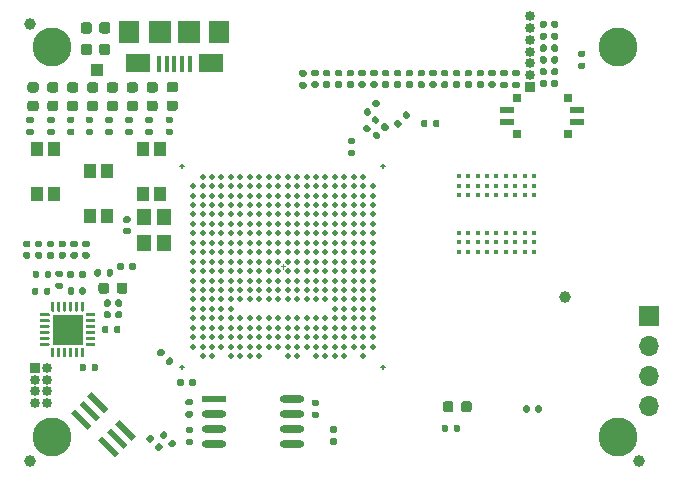
<source format=gts>
G04 #@! TF.GenerationSoftware,KiCad,Pcbnew,5.1.9+dfsg1-1+deb11u1*
G04 #@! TF.CreationDate,2022-10-19T12:21:59+02:00*
G04 #@! TF.ProjectId,ulx4m,756c7834-6d2e-46b6-9963-61645f706362,v0.0.3*
G04 #@! TF.SameCoordinates,Original*
G04 #@! TF.FileFunction,Soldermask,Top*
G04 #@! TF.FilePolarity,Negative*
%FSLAX46Y46*%
G04 Gerber Fmt 4.6, Leading zero omitted, Abs format (unit mm)*
G04 Created by KiCad (PCBNEW 5.1.9+dfsg1-1+deb11u1) date 2022-10-19 12:21:59*
%MOMM*%
%LPD*%
G01*
G04 APERTURE LIST*
%ADD10C,0.120000*%
%ADD11R,0.850000X0.850000*%
%ADD12O,0.850000X0.850000*%
%ADD13R,0.700000X0.700000*%
%ADD14R,1.200000X0.500000*%
%ADD15C,0.100000*%
%ADD16O,1.700000X1.700000*%
%ADD17R,1.700000X1.700000*%
%ADD18C,0.500000*%
%ADD19O,0.127000X0.508000*%
%ADD20O,0.508000X0.127000*%
%ADD21R,1.000000X1.000000*%
%ADD22C,3.300000*%
%ADD23R,2.100000X0.600000*%
%ADD24O,2.100000X0.600000*%
%ADD25R,1.200000X1.400000*%
%ADD26R,1.050000X1.150000*%
%ADD27R,2.100000X1.600000*%
%ADD28R,1.900000X1.900000*%
%ADD29R,0.400000X1.350000*%
%ADD30R,1.800000X1.900000*%
%ADD31C,1.000000*%
%ADD32C,0.400000*%
%ADD33R,2.600000X2.600000*%
G04 APERTURE END LIST*
D10*
X117010000Y-94250000D02*
X117410000Y-94250000D01*
X117210000Y-94050000D02*
X117210000Y-94450000D01*
D11*
X96240000Y-102840000D03*
D12*
X97240000Y-102840000D03*
X96240000Y-103840000D03*
X97240000Y-103840000D03*
X96240000Y-104840000D03*
X97240000Y-104840000D03*
X96240000Y-105840000D03*
X97240000Y-105840000D03*
D11*
X138100000Y-79070000D03*
D12*
X138100000Y-78070000D03*
X138100000Y-77070000D03*
X138100000Y-76070000D03*
X138100000Y-75070000D03*
X138100000Y-74070000D03*
X138100000Y-73070000D03*
D13*
X137010000Y-80020000D03*
X141310000Y-80020000D03*
X137010000Y-83020000D03*
X141310000Y-83020000D03*
D14*
X136210000Y-82020000D03*
X142110000Y-81020000D03*
X136210000Y-81020000D03*
X142110000Y-82020000D03*
G36*
G01*
X138590000Y-106505000D02*
X138590000Y-106135000D01*
G75*
G02*
X138725000Y-106000000I135000J0D01*
G01*
X138995000Y-106000000D01*
G75*
G02*
X139130000Y-106135000I0J-135000D01*
G01*
X139130000Y-106505000D01*
G75*
G02*
X138995000Y-106640000I-135000J0D01*
G01*
X138725000Y-106640000D01*
G75*
G02*
X138590000Y-106505000I0J135000D01*
G01*
G37*
G36*
G01*
X137570000Y-106505000D02*
X137570000Y-106135000D01*
G75*
G02*
X137705000Y-106000000I135000J0D01*
G01*
X137975000Y-106000000D01*
G75*
G02*
X138110000Y-106135000I0J-135000D01*
G01*
X138110000Y-106505000D01*
G75*
G02*
X137975000Y-106640000I-135000J0D01*
G01*
X137705000Y-106640000D01*
G75*
G02*
X137570000Y-106505000I0J135000D01*
G01*
G37*
G36*
G01*
X95985000Y-82120000D02*
X95615000Y-82120000D01*
G75*
G02*
X95480000Y-81985000I0J135000D01*
G01*
X95480000Y-81715000D01*
G75*
G02*
X95615000Y-81580000I135000J0D01*
G01*
X95985000Y-81580000D01*
G75*
G02*
X96120000Y-81715000I0J-135000D01*
G01*
X96120000Y-81985000D01*
G75*
G02*
X95985000Y-82120000I-135000J0D01*
G01*
G37*
G36*
G01*
X95985000Y-83140000D02*
X95615000Y-83140000D01*
G75*
G02*
X95480000Y-83005000I0J135000D01*
G01*
X95480000Y-82735000D01*
G75*
G02*
X95615000Y-82600000I135000J0D01*
G01*
X95985000Y-82600000D01*
G75*
G02*
X96120000Y-82735000I0J-135000D01*
G01*
X96120000Y-83005000D01*
G75*
G02*
X95985000Y-83140000I-135000J0D01*
G01*
G37*
G36*
G01*
X97765000Y-82120000D02*
X97395000Y-82120000D01*
G75*
G02*
X97260000Y-81985000I0J135000D01*
G01*
X97260000Y-81715000D01*
G75*
G02*
X97395000Y-81580000I135000J0D01*
G01*
X97765000Y-81580000D01*
G75*
G02*
X97900000Y-81715000I0J-135000D01*
G01*
X97900000Y-81985000D01*
G75*
G02*
X97765000Y-82120000I-135000J0D01*
G01*
G37*
G36*
G01*
X97765000Y-83140000D02*
X97395000Y-83140000D01*
G75*
G02*
X97260000Y-83005000I0J135000D01*
G01*
X97260000Y-82735000D01*
G75*
G02*
X97395000Y-82600000I135000J0D01*
G01*
X97765000Y-82600000D01*
G75*
G02*
X97900000Y-82735000I0J-135000D01*
G01*
X97900000Y-83005000D01*
G75*
G02*
X97765000Y-83140000I-135000J0D01*
G01*
G37*
G36*
G01*
X99425000Y-82120000D02*
X99055000Y-82120000D01*
G75*
G02*
X98920000Y-81985000I0J135000D01*
G01*
X98920000Y-81715000D01*
G75*
G02*
X99055000Y-81580000I135000J0D01*
G01*
X99425000Y-81580000D01*
G75*
G02*
X99560000Y-81715000I0J-135000D01*
G01*
X99560000Y-81985000D01*
G75*
G02*
X99425000Y-82120000I-135000J0D01*
G01*
G37*
G36*
G01*
X99425000Y-83140000D02*
X99055000Y-83140000D01*
G75*
G02*
X98920000Y-83005000I0J135000D01*
G01*
X98920000Y-82735000D01*
G75*
G02*
X99055000Y-82600000I135000J0D01*
G01*
X99425000Y-82600000D01*
G75*
G02*
X99560000Y-82735000I0J-135000D01*
G01*
X99560000Y-83005000D01*
G75*
G02*
X99425000Y-83140000I-135000J0D01*
G01*
G37*
G36*
G01*
X101015000Y-82120000D02*
X100645000Y-82120000D01*
G75*
G02*
X100510000Y-81985000I0J135000D01*
G01*
X100510000Y-81715000D01*
G75*
G02*
X100645000Y-81580000I135000J0D01*
G01*
X101015000Y-81580000D01*
G75*
G02*
X101150000Y-81715000I0J-135000D01*
G01*
X101150000Y-81985000D01*
G75*
G02*
X101015000Y-82120000I-135000J0D01*
G01*
G37*
G36*
G01*
X101015000Y-83140000D02*
X100645000Y-83140000D01*
G75*
G02*
X100510000Y-83005000I0J135000D01*
G01*
X100510000Y-82735000D01*
G75*
G02*
X100645000Y-82600000I135000J0D01*
G01*
X101015000Y-82600000D01*
G75*
G02*
X101150000Y-82735000I0J-135000D01*
G01*
X101150000Y-83005000D01*
G75*
G02*
X101015000Y-83140000I-135000J0D01*
G01*
G37*
G36*
G01*
X102670000Y-82140000D02*
X102300000Y-82140000D01*
G75*
G02*
X102165000Y-82005000I0J135000D01*
G01*
X102165000Y-81735000D01*
G75*
G02*
X102300000Y-81600000I135000J0D01*
G01*
X102670000Y-81600000D01*
G75*
G02*
X102805000Y-81735000I0J-135000D01*
G01*
X102805000Y-82005000D01*
G75*
G02*
X102670000Y-82140000I-135000J0D01*
G01*
G37*
G36*
G01*
X102670000Y-83160000D02*
X102300000Y-83160000D01*
G75*
G02*
X102165000Y-83025000I0J135000D01*
G01*
X102165000Y-82755000D01*
G75*
G02*
X102300000Y-82620000I135000J0D01*
G01*
X102670000Y-82620000D01*
G75*
G02*
X102805000Y-82755000I0J-135000D01*
G01*
X102805000Y-83025000D01*
G75*
G02*
X102670000Y-83160000I-135000J0D01*
G01*
G37*
G36*
G01*
X104365000Y-82139999D02*
X103995000Y-82139999D01*
G75*
G02*
X103860000Y-82004999I0J135000D01*
G01*
X103860000Y-81734999D01*
G75*
G02*
X103995000Y-81599999I135000J0D01*
G01*
X104365000Y-81599999D01*
G75*
G02*
X104500000Y-81734999I0J-135000D01*
G01*
X104500000Y-82004999D01*
G75*
G02*
X104365000Y-82139999I-135000J0D01*
G01*
G37*
G36*
G01*
X104365000Y-83159999D02*
X103995000Y-83159999D01*
G75*
G02*
X103860000Y-83024999I0J135000D01*
G01*
X103860000Y-82754999D01*
G75*
G02*
X103995000Y-82619999I135000J0D01*
G01*
X104365000Y-82619999D01*
G75*
G02*
X104500000Y-82754999I0J-135000D01*
G01*
X104500000Y-83024999D01*
G75*
G02*
X104365000Y-83159999I-135000J0D01*
G01*
G37*
G36*
G01*
X106065000Y-82130000D02*
X105695000Y-82130000D01*
G75*
G02*
X105560000Y-81995000I0J135000D01*
G01*
X105560000Y-81725000D01*
G75*
G02*
X105695000Y-81590000I135000J0D01*
G01*
X106065000Y-81590000D01*
G75*
G02*
X106200000Y-81725000I0J-135000D01*
G01*
X106200000Y-81995000D01*
G75*
G02*
X106065000Y-82130000I-135000J0D01*
G01*
G37*
G36*
G01*
X106065000Y-83150000D02*
X105695000Y-83150000D01*
G75*
G02*
X105560000Y-83015000I0J135000D01*
G01*
X105560000Y-82745000D01*
G75*
G02*
X105695000Y-82610000I135000J0D01*
G01*
X106065000Y-82610000D01*
G75*
G02*
X106200000Y-82745000I0J-135000D01*
G01*
X106200000Y-83015000D01*
G75*
G02*
X106065000Y-83150000I-135000J0D01*
G01*
G37*
G36*
G01*
X107785000Y-82120000D02*
X107415000Y-82120000D01*
G75*
G02*
X107280000Y-81985000I0J135000D01*
G01*
X107280000Y-81715000D01*
G75*
G02*
X107415000Y-81580000I135000J0D01*
G01*
X107785000Y-81580000D01*
G75*
G02*
X107920000Y-81715000I0J-135000D01*
G01*
X107920000Y-81985000D01*
G75*
G02*
X107785000Y-82120000I-135000J0D01*
G01*
G37*
G36*
G01*
X107785000Y-83140000D02*
X107415000Y-83140000D01*
G75*
G02*
X107280000Y-83005000I0J135000D01*
G01*
X107280000Y-82735000D01*
G75*
G02*
X107415000Y-82600000I135000J0D01*
G01*
X107785000Y-82600000D01*
G75*
G02*
X107920000Y-82735000I0J-135000D01*
G01*
X107920000Y-83005000D01*
G75*
G02*
X107785000Y-83140000I-135000J0D01*
G01*
G37*
G36*
G01*
X107201109Y-101609480D02*
X106939480Y-101871109D01*
G75*
G02*
X106748562Y-101871109I-95459J95459D01*
G01*
X106557643Y-101680190D01*
G75*
G02*
X106557643Y-101489272I95459J95459D01*
G01*
X106819272Y-101227643D01*
G75*
G02*
X107010190Y-101227643I95459J-95459D01*
G01*
X107201109Y-101418562D01*
G75*
G02*
X107201109Y-101609480I-95459J-95459D01*
G01*
G37*
G36*
G01*
X107922357Y-102330728D02*
X107660728Y-102592357D01*
G75*
G02*
X107469810Y-102592357I-95459J95459D01*
G01*
X107278891Y-102401438D01*
G75*
G02*
X107278891Y-102210520I95459J95459D01*
G01*
X107540520Y-101948891D01*
G75*
G02*
X107731438Y-101948891I95459J-95459D01*
G01*
X107922357Y-102139810D01*
G75*
G02*
X107922357Y-102330728I-95459J-95459D01*
G01*
G37*
G36*
G01*
X119771000Y-106555001D02*
X120141000Y-106555001D01*
G75*
G02*
X120276000Y-106690001I0J-135000D01*
G01*
X120276000Y-106960001D01*
G75*
G02*
X120141000Y-107095001I-135000J0D01*
G01*
X119771000Y-107095001D01*
G75*
G02*
X119636000Y-106960001I0J135000D01*
G01*
X119636000Y-106690001D01*
G75*
G02*
X119771000Y-106555001I135000J0D01*
G01*
G37*
G36*
G01*
X119771000Y-105535001D02*
X120141000Y-105535001D01*
G75*
G02*
X120276000Y-105670001I0J-135000D01*
G01*
X120276000Y-105940001D01*
G75*
G02*
X120141000Y-106075001I-135000J0D01*
G01*
X119771000Y-106075001D01*
G75*
G02*
X119636000Y-105940001I0J135000D01*
G01*
X119636000Y-105670001D01*
G75*
G02*
X119771000Y-105535001I135000J0D01*
G01*
G37*
G36*
G01*
X109096000Y-106505000D02*
X109466000Y-106505000D01*
G75*
G02*
X109601000Y-106640000I0J-135000D01*
G01*
X109601000Y-106910000D01*
G75*
G02*
X109466000Y-107045000I-135000J0D01*
G01*
X109096000Y-107045000D01*
G75*
G02*
X108961000Y-106910000I0J135000D01*
G01*
X108961000Y-106640000D01*
G75*
G02*
X109096000Y-106505000I135000J0D01*
G01*
G37*
G36*
G01*
X109096000Y-105485000D02*
X109466000Y-105485000D01*
G75*
G02*
X109601000Y-105620000I0J-135000D01*
G01*
X109601000Y-105890000D01*
G75*
G02*
X109466000Y-106025000I-135000J0D01*
G01*
X109096000Y-106025000D01*
G75*
G02*
X108961000Y-105890000I0J135000D01*
G01*
X108961000Y-105620000D01*
G75*
G02*
X109096000Y-105485000I135000J0D01*
G01*
G37*
G36*
G01*
X121315000Y-108800000D02*
X121685000Y-108800000D01*
G75*
G02*
X121820000Y-108935000I0J-135000D01*
G01*
X121820000Y-109205000D01*
G75*
G02*
X121685000Y-109340000I-135000J0D01*
G01*
X121315000Y-109340000D01*
G75*
G02*
X121180000Y-109205000I0J135000D01*
G01*
X121180000Y-108935000D01*
G75*
G02*
X121315000Y-108800000I135000J0D01*
G01*
G37*
G36*
G01*
X121315000Y-107780000D02*
X121685000Y-107780000D01*
G75*
G02*
X121820000Y-107915000I0J-135000D01*
G01*
X121820000Y-108185000D01*
G75*
G02*
X121685000Y-108320000I-135000J0D01*
G01*
X121315000Y-108320000D01*
G75*
G02*
X121180000Y-108185000I0J135000D01*
G01*
X121180000Y-107915000D01*
G75*
G02*
X121315000Y-107780000I135000J0D01*
G01*
G37*
G36*
G01*
X108800000Y-103895000D02*
X108800000Y-104265000D01*
G75*
G02*
X108665000Y-104400000I-135000J0D01*
G01*
X108395000Y-104400000D01*
G75*
G02*
X108260000Y-104265000I0J135000D01*
G01*
X108260000Y-103895000D01*
G75*
G02*
X108395000Y-103760000I135000J0D01*
G01*
X108665000Y-103760000D01*
G75*
G02*
X108800000Y-103895000I0J-135000D01*
G01*
G37*
G36*
G01*
X109820000Y-103895000D02*
X109820000Y-104265000D01*
G75*
G02*
X109685000Y-104400000I-135000J0D01*
G01*
X109415000Y-104400000D01*
G75*
G02*
X109280000Y-104265000I0J135000D01*
G01*
X109280000Y-103895000D01*
G75*
G02*
X109415000Y-103760000I135000J0D01*
G01*
X109685000Y-103760000D01*
G75*
G02*
X109820000Y-103895000I0J-135000D01*
G01*
G37*
G36*
G01*
X109490999Y-108375000D02*
X109120999Y-108375000D01*
G75*
G02*
X108985999Y-108240000I0J135000D01*
G01*
X108985999Y-107970000D01*
G75*
G02*
X109120999Y-107835000I135000J0D01*
G01*
X109490999Y-107835000D01*
G75*
G02*
X109625999Y-107970000I0J-135000D01*
G01*
X109625999Y-108240000D01*
G75*
G02*
X109490999Y-108375000I-135000J0D01*
G01*
G37*
G36*
G01*
X109490999Y-109395000D02*
X109120999Y-109395000D01*
G75*
G02*
X108985999Y-109260000I0J135000D01*
G01*
X108985999Y-108990000D01*
G75*
G02*
X109120999Y-108855000I135000J0D01*
G01*
X109490999Y-108855000D01*
G75*
G02*
X109625999Y-108990000I0J-135000D01*
G01*
X109625999Y-109260000D01*
G75*
G02*
X109490999Y-109395000I-135000J0D01*
G01*
G37*
D15*
G36*
X103343502Y-110064163D02*
G01*
X102989949Y-110417716D01*
X101575736Y-109003503D01*
X101929289Y-108649950D01*
X103343502Y-110064163D01*
G37*
G36*
X101010050Y-107730711D02*
G01*
X100656497Y-108084264D01*
X99242284Y-106670051D01*
X99595837Y-106316498D01*
X101010050Y-107730711D01*
G37*
G36*
X104050609Y-109357056D02*
G01*
X103697056Y-109710609D01*
X102282843Y-108296396D01*
X102636396Y-107942843D01*
X104050609Y-109357056D01*
G37*
G36*
X101717157Y-107023604D02*
G01*
X101363604Y-107377157D01*
X99949391Y-105962944D01*
X100302944Y-105609391D01*
X101717157Y-107023604D01*
G37*
G36*
X104757716Y-108649949D02*
G01*
X104404163Y-109003502D01*
X102989950Y-107589289D01*
X103343503Y-107235736D01*
X104757716Y-108649949D01*
G37*
G36*
X102424264Y-106316497D02*
G01*
X102070711Y-106670050D01*
X100656498Y-105255837D01*
X101010051Y-104902284D01*
X102424264Y-106316497D01*
G37*
D16*
X148170000Y-106030000D03*
X148170000Y-103490000D03*
X148170000Y-100950000D03*
D17*
X148170000Y-98410000D03*
G36*
G01*
X142685000Y-76520000D02*
X142315000Y-76520000D01*
G75*
G02*
X142180000Y-76385000I0J135000D01*
G01*
X142180000Y-76115000D01*
G75*
G02*
X142315000Y-75980000I135000J0D01*
G01*
X142685000Y-75980000D01*
G75*
G02*
X142820000Y-76115000I0J-135000D01*
G01*
X142820000Y-76385000D01*
G75*
G02*
X142685000Y-76520000I-135000J0D01*
G01*
G37*
G36*
G01*
X142685000Y-77540000D02*
X142315000Y-77540000D01*
G75*
G02*
X142180000Y-77405000I0J135000D01*
G01*
X142180000Y-77135000D01*
G75*
G02*
X142315000Y-77000000I135000J0D01*
G01*
X142685000Y-77000000D01*
G75*
G02*
X142820000Y-77135000I0J-135000D01*
G01*
X142820000Y-77405000D01*
G75*
G02*
X142685000Y-77540000I-135000J0D01*
G01*
G37*
D18*
X124010000Y-101850000D03*
X122410000Y-101850000D03*
X121610000Y-101850000D03*
X120810000Y-101850000D03*
X120010000Y-101850000D03*
X118410000Y-101850000D03*
X117610000Y-101850000D03*
X115210000Y-101850000D03*
X114410000Y-101850000D03*
X113610000Y-101850000D03*
X112810000Y-101850000D03*
X111210000Y-101850000D03*
X110410000Y-101850000D03*
X124810000Y-101050000D03*
X124010000Y-101050000D03*
X123210000Y-101050000D03*
X122410000Y-101050000D03*
X121610000Y-101050000D03*
X120810000Y-101050000D03*
X120010000Y-101050000D03*
X119210000Y-101050000D03*
X118410000Y-101050000D03*
X117610000Y-101050000D03*
X116810000Y-101050000D03*
X116010000Y-101050000D03*
X115210000Y-101050000D03*
X114410000Y-101050000D03*
X113610000Y-101050000D03*
X112810000Y-101050000D03*
X112010000Y-101050000D03*
X111210000Y-101050000D03*
X110410000Y-101050000D03*
X109610000Y-101050000D03*
X124810000Y-100250000D03*
X124010000Y-100250000D03*
X123210000Y-100250000D03*
X122410000Y-100250000D03*
X121610000Y-100250000D03*
X120810000Y-100250000D03*
X120010000Y-100250000D03*
X119210000Y-100250000D03*
X118410000Y-100250000D03*
X117610000Y-100250000D03*
X116810000Y-100250000D03*
X116010000Y-100250000D03*
X115210000Y-100250000D03*
X114410000Y-100250000D03*
X113610000Y-100250000D03*
X112810000Y-100250000D03*
X112010000Y-100250000D03*
X111210000Y-100250000D03*
X110410000Y-100250000D03*
X109610000Y-100250000D03*
X124810000Y-99450000D03*
X124010000Y-99450000D03*
X123210000Y-99450000D03*
X122410000Y-99450000D03*
X121610000Y-99450000D03*
X120810000Y-99450000D03*
X120010000Y-99450000D03*
X119210000Y-99450000D03*
X118410000Y-99450000D03*
X117610000Y-99450000D03*
X116810000Y-99450000D03*
X116010000Y-99450000D03*
X115210000Y-99450000D03*
X114410000Y-99450000D03*
X113610000Y-99450000D03*
X112810000Y-99450000D03*
X112010000Y-99450000D03*
X111210000Y-99450000D03*
X110410000Y-99450000D03*
X109610000Y-99450000D03*
X124810000Y-98650000D03*
X124010000Y-98650000D03*
X123210000Y-98650000D03*
X122410000Y-98650000D03*
X121610000Y-98650000D03*
X120810000Y-98650000D03*
X120010000Y-98650000D03*
X119210000Y-98650000D03*
X118410000Y-98650000D03*
X117610000Y-98650000D03*
X116810000Y-98650000D03*
X116010000Y-98650000D03*
X115210000Y-98650000D03*
X114410000Y-98650000D03*
X113610000Y-98650000D03*
X112810000Y-98650000D03*
X112010000Y-98650000D03*
X111210000Y-98650000D03*
X110410000Y-98650000D03*
X109610000Y-98650000D03*
X124810000Y-97850000D03*
X124010000Y-97850000D03*
X123210000Y-97850000D03*
X122410000Y-97850000D03*
X121610000Y-97850000D03*
X112810000Y-97850000D03*
X112010000Y-97850000D03*
X111210000Y-97850000D03*
X110410000Y-97850000D03*
X109610000Y-97850000D03*
X124810000Y-97050000D03*
X124010000Y-97050000D03*
X123210000Y-97050000D03*
X122410000Y-97050000D03*
X121610000Y-97050000D03*
X120810000Y-97050000D03*
X120010000Y-97050000D03*
X119210000Y-97050000D03*
X118410000Y-97050000D03*
X117610000Y-97050000D03*
X116810000Y-97050000D03*
X116010000Y-97050000D03*
X115210000Y-97050000D03*
X114410000Y-97050000D03*
X113610000Y-97050000D03*
X112810000Y-97050000D03*
X112010000Y-97050000D03*
X111210000Y-97050000D03*
X110410000Y-97050000D03*
X109610000Y-97050000D03*
X124810000Y-96250000D03*
X124010000Y-96250000D03*
X123210000Y-96250000D03*
X122410000Y-96250000D03*
X121610000Y-96250000D03*
X120810000Y-96250000D03*
X120010000Y-96250000D03*
X119210000Y-96250000D03*
X118410000Y-96250000D03*
X117610000Y-96250000D03*
X116810000Y-96250000D03*
X116010000Y-96250000D03*
X115210000Y-96250000D03*
X114410000Y-96250000D03*
X113610000Y-96250000D03*
X112810000Y-96250000D03*
X112010000Y-96250000D03*
X111210000Y-96250000D03*
X110410000Y-96250000D03*
X109610000Y-96250000D03*
X124810000Y-95450000D03*
X124010000Y-95450000D03*
X123210000Y-95450000D03*
X122410000Y-95450000D03*
X121610000Y-95450000D03*
X120810000Y-95450000D03*
X120010000Y-95450000D03*
X119210000Y-95450000D03*
X118410000Y-95450000D03*
X117610000Y-95450000D03*
X116810000Y-95450000D03*
X116010000Y-95450000D03*
X115210000Y-95450000D03*
X114410000Y-95450000D03*
X113610000Y-95450000D03*
X112810000Y-95450000D03*
X112010000Y-95450000D03*
X111210000Y-95450000D03*
X110410000Y-95450000D03*
X109610000Y-95450000D03*
X124810000Y-94650000D03*
X124010000Y-94650000D03*
X123210000Y-94650000D03*
X122410000Y-94650000D03*
X121610000Y-94650000D03*
X120810000Y-94650000D03*
X120010000Y-94650000D03*
X119210000Y-94650000D03*
X118410000Y-94650000D03*
X117610000Y-94650000D03*
X116810000Y-94650000D03*
X116010000Y-94650000D03*
X115210000Y-94650000D03*
X114410000Y-94650000D03*
X113610000Y-94650000D03*
X112810000Y-94650000D03*
X112010000Y-94650000D03*
X111210000Y-94650000D03*
X110410000Y-94650000D03*
X109610000Y-94650000D03*
X124810000Y-93850000D03*
X124010000Y-93850000D03*
X123210000Y-93850000D03*
X122410000Y-93850000D03*
X121610000Y-93850000D03*
X120810000Y-93850000D03*
X120010000Y-93850000D03*
X119210000Y-93850000D03*
X118410000Y-93850000D03*
X117610000Y-93850000D03*
X116810000Y-93850000D03*
X116010000Y-93850000D03*
X115210000Y-93850000D03*
X114410000Y-93850000D03*
X113610000Y-93850000D03*
X112810000Y-93850000D03*
X112010000Y-93850000D03*
X111210000Y-93850000D03*
X110410000Y-93850000D03*
X109610000Y-93850000D03*
X124810000Y-93050000D03*
X124010000Y-93050000D03*
X123210000Y-93050000D03*
X122410000Y-93050000D03*
X121610000Y-93050000D03*
X120810000Y-93050000D03*
X120010000Y-93050000D03*
X119210000Y-93050000D03*
X118410000Y-93050000D03*
X117610000Y-93050000D03*
X116810000Y-93050000D03*
X116010000Y-93050000D03*
X115210000Y-93050000D03*
X114410000Y-93050000D03*
X113610000Y-93050000D03*
X112810000Y-93050000D03*
X112010000Y-93050000D03*
X111210000Y-93050000D03*
X110410000Y-93050000D03*
X109610000Y-93050000D03*
X124810000Y-92250000D03*
X124010000Y-92250000D03*
X123210000Y-92250000D03*
X122410000Y-92250000D03*
X121610000Y-92250000D03*
X120810000Y-92250000D03*
X120010000Y-92250000D03*
X119210000Y-92250000D03*
X118410000Y-92250000D03*
X117610000Y-92250000D03*
X116810000Y-92250000D03*
X116010000Y-92250000D03*
X115210000Y-92250000D03*
X114410000Y-92250000D03*
X113610000Y-92250000D03*
X112810000Y-92250000D03*
X112010000Y-92250000D03*
X111210000Y-92250000D03*
X110410000Y-92250000D03*
X109610000Y-92250000D03*
X124810000Y-91450000D03*
X124010000Y-91450000D03*
X123210000Y-91450000D03*
X122410000Y-91450000D03*
X121610000Y-91450000D03*
X120810000Y-91450000D03*
X120010000Y-91450000D03*
X119210000Y-91450000D03*
X118410000Y-91450000D03*
X117610000Y-91450000D03*
X116810000Y-91450000D03*
X116010000Y-91450000D03*
X115210000Y-91450000D03*
X114410000Y-91450000D03*
X113610000Y-91450000D03*
X112810000Y-91450000D03*
X112010000Y-91450000D03*
X111210000Y-91450000D03*
X110410000Y-91450000D03*
X109610000Y-91450000D03*
X124810000Y-90650000D03*
X124010000Y-90650000D03*
X123210000Y-90650000D03*
X122410000Y-90650000D03*
X121610000Y-90650000D03*
X120810000Y-90650000D03*
X120010000Y-90650000D03*
X119210000Y-90650000D03*
X118410000Y-90650000D03*
X117610000Y-90650000D03*
X116810000Y-90650000D03*
X116010000Y-90650000D03*
X115210000Y-90650000D03*
X114410000Y-90650000D03*
X113610000Y-90650000D03*
X112810000Y-90650000D03*
X112010000Y-90650000D03*
X111210000Y-90650000D03*
X110410000Y-90650000D03*
X109610000Y-90650000D03*
X124810000Y-89850000D03*
X124010000Y-89850000D03*
X123210000Y-89850000D03*
X122410000Y-89850000D03*
X121610000Y-89850000D03*
X120810000Y-89850000D03*
X120010000Y-89850000D03*
X119210000Y-89850000D03*
X118410000Y-89850000D03*
X117610000Y-89850000D03*
X116810000Y-89850000D03*
X116010000Y-89850000D03*
X115210000Y-89850000D03*
X114410000Y-89850000D03*
X113610000Y-89850000D03*
X112810000Y-89850000D03*
X112010000Y-89850000D03*
X111210000Y-89850000D03*
X110410000Y-89850000D03*
X109610000Y-89850000D03*
X124810000Y-89050000D03*
X124010000Y-89050000D03*
X123210000Y-89050000D03*
X122410000Y-89050000D03*
X121610000Y-89050000D03*
X120810000Y-89050000D03*
X120010000Y-89050000D03*
X119210000Y-89050000D03*
X118410000Y-89050000D03*
X117610000Y-89050000D03*
X116810000Y-89050000D03*
X116010000Y-89050000D03*
X115210000Y-89050000D03*
X114410000Y-89050000D03*
X113610000Y-89050000D03*
X112810000Y-89050000D03*
X112010000Y-89050000D03*
X111210000Y-89050000D03*
X110410000Y-89050000D03*
X109610000Y-89050000D03*
X124810000Y-88250000D03*
X124010000Y-88250000D03*
X123210000Y-88250000D03*
X122410000Y-88250000D03*
X121610000Y-88250000D03*
X120810000Y-88250000D03*
X120010000Y-88250000D03*
X119210000Y-88250000D03*
X118410000Y-88250000D03*
X117610000Y-88250000D03*
X116810000Y-88250000D03*
X116010000Y-88250000D03*
X115210000Y-88250000D03*
X114410000Y-88250000D03*
X113610000Y-88250000D03*
X112810000Y-88250000D03*
X112010000Y-88250000D03*
X111210000Y-88250000D03*
X110410000Y-88250000D03*
X109610000Y-88250000D03*
X124810000Y-87450000D03*
X124010000Y-87450000D03*
X123210000Y-87450000D03*
X122410000Y-87450000D03*
X121610000Y-87450000D03*
X120810000Y-87450000D03*
X120010000Y-87450000D03*
X119210000Y-87450000D03*
X118410000Y-87450000D03*
X117610000Y-87450000D03*
X116810000Y-87450000D03*
X116010000Y-87450000D03*
X115210000Y-87450000D03*
X114410000Y-87450000D03*
X113610000Y-87450000D03*
X112810000Y-87450000D03*
X112010000Y-87450000D03*
X111210000Y-87450000D03*
X110410000Y-87450000D03*
X109610000Y-87450000D03*
X124010000Y-86650000D03*
X123210000Y-86650000D03*
X122410000Y-86650000D03*
X121610000Y-86650000D03*
X120810000Y-86650000D03*
X120010000Y-86650000D03*
X119210000Y-86650000D03*
X118410000Y-86650000D03*
X117610000Y-86650000D03*
X116810000Y-86650000D03*
X116010000Y-86650000D03*
X115210000Y-86650000D03*
X114410000Y-86650000D03*
X113610000Y-86650000D03*
X112810000Y-86650000D03*
X112010000Y-86650000D03*
X111210000Y-86650000D03*
X110410000Y-86650000D03*
D19*
X125710000Y-85750000D03*
D20*
X125710000Y-85750000D03*
D19*
X108710000Y-102750000D03*
D20*
X108710000Y-102750000D03*
X125710000Y-102750000D03*
D19*
X125710000Y-102750000D03*
X108710000Y-85750000D03*
D20*
X108710000Y-85750000D03*
D21*
X101490000Y-77580000D03*
D22*
X97620000Y-75644999D03*
X145620000Y-75645000D03*
X145620000Y-108720000D03*
X97619999Y-108723599D03*
D23*
X111401000Y-105450001D03*
D24*
X111401000Y-106720001D03*
X111401000Y-107990001D03*
X111401000Y-109260001D03*
X118005000Y-109260001D03*
X118005000Y-107990001D03*
X118005000Y-106720001D03*
X118005000Y-105450001D03*
G36*
G01*
X103830000Y-90010000D02*
X104170000Y-90010000D01*
G75*
G02*
X104310000Y-90150000I0J-140000D01*
G01*
X104310000Y-90430000D01*
G75*
G02*
X104170000Y-90570000I-140000J0D01*
G01*
X103830000Y-90570000D01*
G75*
G02*
X103690000Y-90430000I0J140000D01*
G01*
X103690000Y-90150000D01*
G75*
G02*
X103830000Y-90010000I140000J0D01*
G01*
G37*
G36*
G01*
X103830000Y-90970000D02*
X104170000Y-90970000D01*
G75*
G02*
X104310000Y-91110000I0J-140000D01*
G01*
X104310000Y-91390000D01*
G75*
G02*
X104170000Y-91530000I-140000J0D01*
G01*
X103830000Y-91530000D01*
G75*
G02*
X103690000Y-91390000I0J140000D01*
G01*
X103690000Y-91110000D01*
G75*
G02*
X103830000Y-90970000I140000J0D01*
G01*
G37*
G36*
G01*
X130750000Y-106380000D02*
X130750000Y-105880000D01*
G75*
G02*
X130975000Y-105655000I225000J0D01*
G01*
X131425000Y-105655000D01*
G75*
G02*
X131650000Y-105880000I0J-225000D01*
G01*
X131650000Y-106380000D01*
G75*
G02*
X131425000Y-106605000I-225000J0D01*
G01*
X130975000Y-106605000D01*
G75*
G02*
X130750000Y-106380000I0J225000D01*
G01*
G37*
G36*
G01*
X132300000Y-106380000D02*
X132300000Y-105880000D01*
G75*
G02*
X132525000Y-105655000I225000J0D01*
G01*
X132975000Y-105655000D01*
G75*
G02*
X133200000Y-105880000I0J-225000D01*
G01*
X133200000Y-106380000D01*
G75*
G02*
X132975000Y-106605000I-225000J0D01*
G01*
X132525000Y-106605000D01*
G75*
G02*
X132300000Y-106380000I0J225000D01*
G01*
G37*
G36*
G01*
X107593751Y-78630000D02*
X108106251Y-78630000D01*
G75*
G02*
X108325001Y-78848750I0J-218750D01*
G01*
X108325001Y-79286250D01*
G75*
G02*
X108106251Y-79505000I-218750J0D01*
G01*
X107593751Y-79505000D01*
G75*
G02*
X107375001Y-79286250I0J218750D01*
G01*
X107375001Y-78848750D01*
G75*
G02*
X107593751Y-78630000I218750J0D01*
G01*
G37*
G36*
G01*
X107593751Y-80205000D02*
X108106251Y-80205000D01*
G75*
G02*
X108325001Y-80423750I0J-218750D01*
G01*
X108325001Y-80861250D01*
G75*
G02*
X108106251Y-81080000I-218750J0D01*
G01*
X107593751Y-81080000D01*
G75*
G02*
X107375001Y-80861250I0J218750D01*
G01*
X107375001Y-80423750D01*
G75*
G02*
X107593751Y-80205000I218750J0D01*
G01*
G37*
G36*
G01*
X105883750Y-80230000D02*
X106396250Y-80230000D01*
G75*
G02*
X106615000Y-80448750I0J-218750D01*
G01*
X106615000Y-80886250D01*
G75*
G02*
X106396250Y-81105000I-218750J0D01*
G01*
X105883750Y-81105000D01*
G75*
G02*
X105665000Y-80886250I0J218750D01*
G01*
X105665000Y-80448750D01*
G75*
G02*
X105883750Y-80230000I218750J0D01*
G01*
G37*
G36*
G01*
X105883750Y-78655000D02*
X106396250Y-78655000D01*
G75*
G02*
X106615000Y-78873750I0J-218750D01*
G01*
X106615000Y-79311250D01*
G75*
G02*
X106396250Y-79530000I-218750J0D01*
G01*
X105883750Y-79530000D01*
G75*
G02*
X105665000Y-79311250I0J218750D01*
G01*
X105665000Y-78873750D01*
G75*
G02*
X105883750Y-78655000I218750J0D01*
G01*
G37*
G36*
G01*
X104203750Y-78655001D02*
X104716250Y-78655001D01*
G75*
G02*
X104935000Y-78873751I0J-218750D01*
G01*
X104935000Y-79311251D01*
G75*
G02*
X104716250Y-79530001I-218750J0D01*
G01*
X104203750Y-79530001D01*
G75*
G02*
X103985000Y-79311251I0J218750D01*
G01*
X103985000Y-78873751D01*
G75*
G02*
X104203750Y-78655001I218750J0D01*
G01*
G37*
G36*
G01*
X104203750Y-80230001D02*
X104716250Y-80230001D01*
G75*
G02*
X104935000Y-80448751I0J-218750D01*
G01*
X104935000Y-80886251D01*
G75*
G02*
X104716250Y-81105001I-218750J0D01*
G01*
X104203750Y-81105001D01*
G75*
G02*
X103985000Y-80886251I0J218750D01*
G01*
X103985000Y-80448751D01*
G75*
G02*
X104203750Y-80230001I218750J0D01*
G01*
G37*
G36*
G01*
X102523750Y-80230000D02*
X103036250Y-80230000D01*
G75*
G02*
X103255000Y-80448750I0J-218750D01*
G01*
X103255000Y-80886250D01*
G75*
G02*
X103036250Y-81105000I-218750J0D01*
G01*
X102523750Y-81105000D01*
G75*
G02*
X102305000Y-80886250I0J218750D01*
G01*
X102305000Y-80448750D01*
G75*
G02*
X102523750Y-80230000I218750J0D01*
G01*
G37*
G36*
G01*
X102523750Y-78655000D02*
X103036250Y-78655000D01*
G75*
G02*
X103255000Y-78873750I0J-218750D01*
G01*
X103255000Y-79311250D01*
G75*
G02*
X103036250Y-79530000I-218750J0D01*
G01*
X102523750Y-79530000D01*
G75*
G02*
X102305000Y-79311250I0J218750D01*
G01*
X102305000Y-78873750D01*
G75*
G02*
X102523750Y-78655000I218750J0D01*
G01*
G37*
D25*
X105410000Y-90090000D03*
X105410000Y-92290000D03*
X107110000Y-92290000D03*
X107110000Y-90090000D03*
G36*
G01*
X128090000Y-78170000D02*
X127750000Y-78170000D01*
G75*
G02*
X127610000Y-78030000I0J140000D01*
G01*
X127610000Y-77750000D01*
G75*
G02*
X127750000Y-77610000I140000J0D01*
G01*
X128090000Y-77610000D01*
G75*
G02*
X128230000Y-77750000I0J-140000D01*
G01*
X128230000Y-78030000D01*
G75*
G02*
X128090000Y-78170000I-140000J0D01*
G01*
G37*
G36*
G01*
X128090000Y-79130000D02*
X127750000Y-79130000D01*
G75*
G02*
X127610000Y-78990000I0J140000D01*
G01*
X127610000Y-78710000D01*
G75*
G02*
X127750000Y-78570000I140000J0D01*
G01*
X128090000Y-78570000D01*
G75*
G02*
X128230000Y-78710000I0J-140000D01*
G01*
X128230000Y-78990000D01*
G75*
G02*
X128090000Y-79130000I-140000J0D01*
G01*
G37*
G36*
G01*
X129090000Y-79130000D02*
X128750000Y-79130000D01*
G75*
G02*
X128610000Y-78990000I0J140000D01*
G01*
X128610000Y-78710000D01*
G75*
G02*
X128750000Y-78570000I140000J0D01*
G01*
X129090000Y-78570000D01*
G75*
G02*
X129230000Y-78710000I0J-140000D01*
G01*
X129230000Y-78990000D01*
G75*
G02*
X129090000Y-79130000I-140000J0D01*
G01*
G37*
G36*
G01*
X129090000Y-78170000D02*
X128750000Y-78170000D01*
G75*
G02*
X128610000Y-78030000I0J140000D01*
G01*
X128610000Y-77750000D01*
G75*
G02*
X128750000Y-77610000I140000J0D01*
G01*
X129090000Y-77610000D01*
G75*
G02*
X129230000Y-77750000I0J-140000D01*
G01*
X129230000Y-78030000D01*
G75*
G02*
X129090000Y-78170000I-140000J0D01*
G01*
G37*
G36*
G01*
X130090000Y-78170000D02*
X129750000Y-78170000D01*
G75*
G02*
X129610000Y-78030000I0J140000D01*
G01*
X129610000Y-77750000D01*
G75*
G02*
X129750000Y-77610000I140000J0D01*
G01*
X130090000Y-77610000D01*
G75*
G02*
X130230000Y-77750000I0J-140000D01*
G01*
X130230000Y-78030000D01*
G75*
G02*
X130090000Y-78170000I-140000J0D01*
G01*
G37*
G36*
G01*
X130090000Y-79130000D02*
X129750000Y-79130000D01*
G75*
G02*
X129610000Y-78990000I0J140000D01*
G01*
X129610000Y-78710000D01*
G75*
G02*
X129750000Y-78570000I140000J0D01*
G01*
X130090000Y-78570000D01*
G75*
G02*
X130230000Y-78710000I0J-140000D01*
G01*
X130230000Y-78990000D01*
G75*
G02*
X130090000Y-79130000I-140000J0D01*
G01*
G37*
G36*
G01*
X131090000Y-79130000D02*
X130750000Y-79130000D01*
G75*
G02*
X130610000Y-78990000I0J140000D01*
G01*
X130610000Y-78710000D01*
G75*
G02*
X130750000Y-78570000I140000J0D01*
G01*
X131090000Y-78570000D01*
G75*
G02*
X131230000Y-78710000I0J-140000D01*
G01*
X131230000Y-78990000D01*
G75*
G02*
X131090000Y-79130000I-140000J0D01*
G01*
G37*
G36*
G01*
X131090000Y-78170000D02*
X130750000Y-78170000D01*
G75*
G02*
X130610000Y-78030000I0J140000D01*
G01*
X130610000Y-77750000D01*
G75*
G02*
X130750000Y-77610000I140000J0D01*
G01*
X131090000Y-77610000D01*
G75*
G02*
X131230000Y-77750000I0J-140000D01*
G01*
X131230000Y-78030000D01*
G75*
G02*
X131090000Y-78170000I-140000J0D01*
G01*
G37*
G36*
G01*
X132090000Y-78170000D02*
X131750000Y-78170000D01*
G75*
G02*
X131610000Y-78030000I0J140000D01*
G01*
X131610000Y-77750000D01*
G75*
G02*
X131750000Y-77610000I140000J0D01*
G01*
X132090000Y-77610000D01*
G75*
G02*
X132230000Y-77750000I0J-140000D01*
G01*
X132230000Y-78030000D01*
G75*
G02*
X132090000Y-78170000I-140000J0D01*
G01*
G37*
G36*
G01*
X132090000Y-79130000D02*
X131750000Y-79130000D01*
G75*
G02*
X131610000Y-78990000I0J140000D01*
G01*
X131610000Y-78710000D01*
G75*
G02*
X131750000Y-78570000I140000J0D01*
G01*
X132090000Y-78570000D01*
G75*
G02*
X132230000Y-78710000I0J-140000D01*
G01*
X132230000Y-78990000D01*
G75*
G02*
X132090000Y-79130000I-140000J0D01*
G01*
G37*
G36*
G01*
X133090000Y-79130000D02*
X132750000Y-79130000D01*
G75*
G02*
X132610000Y-78990000I0J140000D01*
G01*
X132610000Y-78710000D01*
G75*
G02*
X132750000Y-78570000I140000J0D01*
G01*
X133090000Y-78570000D01*
G75*
G02*
X133230000Y-78710000I0J-140000D01*
G01*
X133230000Y-78990000D01*
G75*
G02*
X133090000Y-79130000I-140000J0D01*
G01*
G37*
G36*
G01*
X133090000Y-78170000D02*
X132750000Y-78170000D01*
G75*
G02*
X132610000Y-78030000I0J140000D01*
G01*
X132610000Y-77750000D01*
G75*
G02*
X132750000Y-77610000I140000J0D01*
G01*
X133090000Y-77610000D01*
G75*
G02*
X133230000Y-77750000I0J-140000D01*
G01*
X133230000Y-78030000D01*
G75*
G02*
X133090000Y-78170000I-140000J0D01*
G01*
G37*
G36*
G01*
X134090000Y-78170000D02*
X133750000Y-78170000D01*
G75*
G02*
X133610000Y-78030000I0J140000D01*
G01*
X133610000Y-77750000D01*
G75*
G02*
X133750000Y-77610000I140000J0D01*
G01*
X134090000Y-77610000D01*
G75*
G02*
X134230000Y-77750000I0J-140000D01*
G01*
X134230000Y-78030000D01*
G75*
G02*
X134090000Y-78170000I-140000J0D01*
G01*
G37*
G36*
G01*
X134090000Y-79130000D02*
X133750000Y-79130000D01*
G75*
G02*
X133610000Y-78990000I0J140000D01*
G01*
X133610000Y-78710000D01*
G75*
G02*
X133750000Y-78570000I140000J0D01*
G01*
X134090000Y-78570000D01*
G75*
G02*
X134230000Y-78710000I0J-140000D01*
G01*
X134230000Y-78990000D01*
G75*
G02*
X134090000Y-79130000I-140000J0D01*
G01*
G37*
G36*
G01*
X135090000Y-79130000D02*
X134750000Y-79130000D01*
G75*
G02*
X134610000Y-78990000I0J140000D01*
G01*
X134610000Y-78710000D01*
G75*
G02*
X134750000Y-78570000I140000J0D01*
G01*
X135090000Y-78570000D01*
G75*
G02*
X135230000Y-78710000I0J-140000D01*
G01*
X135230000Y-78990000D01*
G75*
G02*
X135090000Y-79130000I-140000J0D01*
G01*
G37*
G36*
G01*
X135090000Y-78170000D02*
X134750000Y-78170000D01*
G75*
G02*
X134610000Y-78030000I0J140000D01*
G01*
X134610000Y-77750000D01*
G75*
G02*
X134750000Y-77610000I140000J0D01*
G01*
X135090000Y-77610000D01*
G75*
G02*
X135230000Y-77750000I0J-140000D01*
G01*
X135230000Y-78030000D01*
G75*
G02*
X135090000Y-78170000I-140000J0D01*
G01*
G37*
G36*
G01*
X120090000Y-78170000D02*
X119750000Y-78170000D01*
G75*
G02*
X119610000Y-78030000I0J140000D01*
G01*
X119610000Y-77750000D01*
G75*
G02*
X119750000Y-77610000I140000J0D01*
G01*
X120090000Y-77610000D01*
G75*
G02*
X120230000Y-77750000I0J-140000D01*
G01*
X120230000Y-78030000D01*
G75*
G02*
X120090000Y-78170000I-140000J0D01*
G01*
G37*
G36*
G01*
X120090000Y-79130000D02*
X119750000Y-79130000D01*
G75*
G02*
X119610000Y-78990000I0J140000D01*
G01*
X119610000Y-78710000D01*
G75*
G02*
X119750000Y-78570000I140000J0D01*
G01*
X120090000Y-78570000D01*
G75*
G02*
X120230000Y-78710000I0J-140000D01*
G01*
X120230000Y-78990000D01*
G75*
G02*
X120090000Y-79130000I-140000J0D01*
G01*
G37*
G36*
G01*
X121090000Y-79130000D02*
X120750000Y-79130000D01*
G75*
G02*
X120610000Y-78990000I0J140000D01*
G01*
X120610000Y-78710000D01*
G75*
G02*
X120750000Y-78570000I140000J0D01*
G01*
X121090000Y-78570000D01*
G75*
G02*
X121230000Y-78710000I0J-140000D01*
G01*
X121230000Y-78990000D01*
G75*
G02*
X121090000Y-79130000I-140000J0D01*
G01*
G37*
G36*
G01*
X121090000Y-78170000D02*
X120750000Y-78170000D01*
G75*
G02*
X120610000Y-78030000I0J140000D01*
G01*
X120610000Y-77750000D01*
G75*
G02*
X120750000Y-77610000I140000J0D01*
G01*
X121090000Y-77610000D01*
G75*
G02*
X121230000Y-77750000I0J-140000D01*
G01*
X121230000Y-78030000D01*
G75*
G02*
X121090000Y-78170000I-140000J0D01*
G01*
G37*
G36*
G01*
X122090000Y-78170000D02*
X121750000Y-78170000D01*
G75*
G02*
X121610000Y-78030000I0J140000D01*
G01*
X121610000Y-77750000D01*
G75*
G02*
X121750000Y-77610000I140000J0D01*
G01*
X122090000Y-77610000D01*
G75*
G02*
X122230000Y-77750000I0J-140000D01*
G01*
X122230000Y-78030000D01*
G75*
G02*
X122090000Y-78170000I-140000J0D01*
G01*
G37*
G36*
G01*
X122090000Y-79130000D02*
X121750000Y-79130000D01*
G75*
G02*
X121610000Y-78990000I0J140000D01*
G01*
X121610000Y-78710000D01*
G75*
G02*
X121750000Y-78570000I140000J0D01*
G01*
X122090000Y-78570000D01*
G75*
G02*
X122230000Y-78710000I0J-140000D01*
G01*
X122230000Y-78990000D01*
G75*
G02*
X122090000Y-79130000I-140000J0D01*
G01*
G37*
G36*
G01*
X123090000Y-79130000D02*
X122750000Y-79130000D01*
G75*
G02*
X122610000Y-78990000I0J140000D01*
G01*
X122610000Y-78710000D01*
G75*
G02*
X122750000Y-78570000I140000J0D01*
G01*
X123090000Y-78570000D01*
G75*
G02*
X123230000Y-78710000I0J-140000D01*
G01*
X123230000Y-78990000D01*
G75*
G02*
X123090000Y-79130000I-140000J0D01*
G01*
G37*
G36*
G01*
X123090000Y-78170000D02*
X122750000Y-78170000D01*
G75*
G02*
X122610000Y-78030000I0J140000D01*
G01*
X122610000Y-77750000D01*
G75*
G02*
X122750000Y-77610000I140000J0D01*
G01*
X123090000Y-77610000D01*
G75*
G02*
X123230000Y-77750000I0J-140000D01*
G01*
X123230000Y-78030000D01*
G75*
G02*
X123090000Y-78170000I-140000J0D01*
G01*
G37*
G36*
G01*
X124090000Y-78170000D02*
X123750000Y-78170000D01*
G75*
G02*
X123610000Y-78030000I0J140000D01*
G01*
X123610000Y-77750000D01*
G75*
G02*
X123750000Y-77610000I140000J0D01*
G01*
X124090000Y-77610000D01*
G75*
G02*
X124230000Y-77750000I0J-140000D01*
G01*
X124230000Y-78030000D01*
G75*
G02*
X124090000Y-78170000I-140000J0D01*
G01*
G37*
G36*
G01*
X124090000Y-79130000D02*
X123750000Y-79130000D01*
G75*
G02*
X123610000Y-78990000I0J140000D01*
G01*
X123610000Y-78710000D01*
G75*
G02*
X123750000Y-78570000I140000J0D01*
G01*
X124090000Y-78570000D01*
G75*
G02*
X124230000Y-78710000I0J-140000D01*
G01*
X124230000Y-78990000D01*
G75*
G02*
X124090000Y-79130000I-140000J0D01*
G01*
G37*
G36*
G01*
X125090000Y-78170000D02*
X124750000Y-78170000D01*
G75*
G02*
X124610000Y-78030000I0J140000D01*
G01*
X124610000Y-77750000D01*
G75*
G02*
X124750000Y-77610000I140000J0D01*
G01*
X125090000Y-77610000D01*
G75*
G02*
X125230000Y-77750000I0J-140000D01*
G01*
X125230000Y-78030000D01*
G75*
G02*
X125090000Y-78170000I-140000J0D01*
G01*
G37*
G36*
G01*
X125090000Y-79130000D02*
X124750000Y-79130000D01*
G75*
G02*
X124610000Y-78990000I0J140000D01*
G01*
X124610000Y-78710000D01*
G75*
G02*
X124750000Y-78570000I140000J0D01*
G01*
X125090000Y-78570000D01*
G75*
G02*
X125230000Y-78710000I0J-140000D01*
G01*
X125230000Y-78990000D01*
G75*
G02*
X125090000Y-79130000I-140000J0D01*
G01*
G37*
G36*
G01*
X126090000Y-79130000D02*
X125750000Y-79130000D01*
G75*
G02*
X125610000Y-78990000I0J140000D01*
G01*
X125610000Y-78710000D01*
G75*
G02*
X125750000Y-78570000I140000J0D01*
G01*
X126090000Y-78570000D01*
G75*
G02*
X126230000Y-78710000I0J-140000D01*
G01*
X126230000Y-78990000D01*
G75*
G02*
X126090000Y-79130000I-140000J0D01*
G01*
G37*
G36*
G01*
X126090000Y-78170000D02*
X125750000Y-78170000D01*
G75*
G02*
X125610000Y-78030000I0J140000D01*
G01*
X125610000Y-77750000D01*
G75*
G02*
X125750000Y-77610000I140000J0D01*
G01*
X126090000Y-77610000D01*
G75*
G02*
X126230000Y-77750000I0J-140000D01*
G01*
X126230000Y-78030000D01*
G75*
G02*
X126090000Y-78170000I-140000J0D01*
G01*
G37*
G36*
G01*
X127090000Y-79130000D02*
X126750000Y-79130000D01*
G75*
G02*
X126610000Y-78990000I0J140000D01*
G01*
X126610000Y-78710000D01*
G75*
G02*
X126750000Y-78570000I140000J0D01*
G01*
X127090000Y-78570000D01*
G75*
G02*
X127230000Y-78710000I0J-140000D01*
G01*
X127230000Y-78990000D01*
G75*
G02*
X127090000Y-79130000I-140000J0D01*
G01*
G37*
G36*
G01*
X127090000Y-78170000D02*
X126750000Y-78170000D01*
G75*
G02*
X126610000Y-78030000I0J140000D01*
G01*
X126610000Y-77750000D01*
G75*
G02*
X126750000Y-77610000I140000J0D01*
G01*
X127090000Y-77610000D01*
G75*
G02*
X127230000Y-77750000I0J-140000D01*
G01*
X127230000Y-78030000D01*
G75*
G02*
X127090000Y-78170000I-140000J0D01*
G01*
G37*
G36*
G01*
X137155000Y-79160000D02*
X136785000Y-79160000D01*
G75*
G02*
X136650000Y-79025000I0J135000D01*
G01*
X136650000Y-78755000D01*
G75*
G02*
X136785000Y-78620000I135000J0D01*
G01*
X137155000Y-78620000D01*
G75*
G02*
X137290000Y-78755000I0J-135000D01*
G01*
X137290000Y-79025000D01*
G75*
G02*
X137155000Y-79160000I-135000J0D01*
G01*
G37*
G36*
G01*
X137155000Y-78140000D02*
X136785000Y-78140000D01*
G75*
G02*
X136650000Y-78005000I0J135000D01*
G01*
X136650000Y-77735000D01*
G75*
G02*
X136785000Y-77600000I135000J0D01*
G01*
X137155000Y-77600000D01*
G75*
G02*
X137290000Y-77735000I0J-135000D01*
G01*
X137290000Y-78005000D01*
G75*
G02*
X137155000Y-78140000I-135000J0D01*
G01*
G37*
G36*
G01*
X136125000Y-78140000D02*
X135755000Y-78140000D01*
G75*
G02*
X135620000Y-78005000I0J135000D01*
G01*
X135620000Y-77735000D01*
G75*
G02*
X135755000Y-77600000I135000J0D01*
G01*
X136125000Y-77600000D01*
G75*
G02*
X136260000Y-77735000I0J-135000D01*
G01*
X136260000Y-78005000D01*
G75*
G02*
X136125000Y-78140000I-135000J0D01*
G01*
G37*
G36*
G01*
X136125000Y-79160000D02*
X135755000Y-79160000D01*
G75*
G02*
X135620000Y-79025000I0J135000D01*
G01*
X135620000Y-78755000D01*
G75*
G02*
X135755000Y-78620000I135000J0D01*
G01*
X136125000Y-78620000D01*
G75*
G02*
X136260000Y-78755000I0J-135000D01*
G01*
X136260000Y-79025000D01*
G75*
G02*
X136125000Y-79160000I-135000J0D01*
G01*
G37*
G36*
G01*
X100360000Y-93030000D02*
X100700000Y-93030000D01*
G75*
G02*
X100840000Y-93170000I0J-140000D01*
G01*
X100840000Y-93450000D01*
G75*
G02*
X100700000Y-93590000I-140000J0D01*
G01*
X100360000Y-93590000D01*
G75*
G02*
X100220000Y-93450000I0J140000D01*
G01*
X100220000Y-93170000D01*
G75*
G02*
X100360000Y-93030000I140000J0D01*
G01*
G37*
G36*
G01*
X100360000Y-92070000D02*
X100700000Y-92070000D01*
G75*
G02*
X100840000Y-92210000I0J-140000D01*
G01*
X100840000Y-92490000D01*
G75*
G02*
X100700000Y-92630000I-140000J0D01*
G01*
X100360000Y-92630000D01*
G75*
G02*
X100220000Y-92490000I0J140000D01*
G01*
X100220000Y-92210000D01*
G75*
G02*
X100360000Y-92070000I140000J0D01*
G01*
G37*
G36*
G01*
X139940000Y-75939999D02*
X139940000Y-75599999D01*
G75*
G02*
X140080000Y-75459999I140000J0D01*
G01*
X140360000Y-75459999D01*
G75*
G02*
X140500000Y-75599999I0J-140000D01*
G01*
X140500000Y-75939999D01*
G75*
G02*
X140360000Y-76079999I-140000J0D01*
G01*
X140080000Y-76079999D01*
G75*
G02*
X139940000Y-75939999I0J140000D01*
G01*
G37*
G36*
G01*
X138980000Y-75939999D02*
X138980000Y-75599999D01*
G75*
G02*
X139120000Y-75459999I140000J0D01*
G01*
X139400000Y-75459999D01*
G75*
G02*
X139540000Y-75599999I0J-140000D01*
G01*
X139540000Y-75939999D01*
G75*
G02*
X139400000Y-76079999I-140000J0D01*
G01*
X139120000Y-76079999D01*
G75*
G02*
X138980000Y-75939999I0J140000D01*
G01*
G37*
G36*
G01*
X96360000Y-93030000D02*
X96700000Y-93030000D01*
G75*
G02*
X96840000Y-93170000I0J-140000D01*
G01*
X96840000Y-93450000D01*
G75*
G02*
X96700000Y-93590000I-140000J0D01*
G01*
X96360000Y-93590000D01*
G75*
G02*
X96220000Y-93450000I0J140000D01*
G01*
X96220000Y-93170000D01*
G75*
G02*
X96360000Y-93030000I140000J0D01*
G01*
G37*
G36*
G01*
X96360000Y-92070000D02*
X96700000Y-92070000D01*
G75*
G02*
X96840000Y-92210000I0J-140000D01*
G01*
X96840000Y-92490000D01*
G75*
G02*
X96700000Y-92630000I-140000J0D01*
G01*
X96360000Y-92630000D01*
G75*
G02*
X96220000Y-92490000I0J140000D01*
G01*
X96220000Y-92210000D01*
G75*
G02*
X96360000Y-92070000I140000J0D01*
G01*
G37*
G36*
G01*
X98360000Y-92070000D02*
X98700000Y-92070000D01*
G75*
G02*
X98840000Y-92210000I0J-140000D01*
G01*
X98840000Y-92490000D01*
G75*
G02*
X98700000Y-92630000I-140000J0D01*
G01*
X98360000Y-92630000D01*
G75*
G02*
X98220000Y-92490000I0J140000D01*
G01*
X98220000Y-92210000D01*
G75*
G02*
X98360000Y-92070000I140000J0D01*
G01*
G37*
G36*
G01*
X98360000Y-93030000D02*
X98700000Y-93030000D01*
G75*
G02*
X98840000Y-93170000I0J-140000D01*
G01*
X98840000Y-93450000D01*
G75*
G02*
X98700000Y-93590000I-140000J0D01*
G01*
X98360000Y-93590000D01*
G75*
G02*
X98220000Y-93450000I0J140000D01*
G01*
X98220000Y-93170000D01*
G75*
G02*
X98360000Y-93030000I140000J0D01*
G01*
G37*
G36*
G01*
X138980000Y-77940000D02*
X138980000Y-77600000D01*
G75*
G02*
X139120000Y-77460000I140000J0D01*
G01*
X139400000Y-77460000D01*
G75*
G02*
X139540000Y-77600000I0J-140000D01*
G01*
X139540000Y-77940000D01*
G75*
G02*
X139400000Y-78080000I-140000J0D01*
G01*
X139120000Y-78080000D01*
G75*
G02*
X138980000Y-77940000I0J140000D01*
G01*
G37*
G36*
G01*
X139940000Y-77940000D02*
X139940000Y-77600000D01*
G75*
G02*
X140080000Y-77460000I140000J0D01*
G01*
X140360000Y-77460000D01*
G75*
G02*
X140500000Y-77600000I0J-140000D01*
G01*
X140500000Y-77940000D01*
G75*
G02*
X140360000Y-78080000I-140000J0D01*
G01*
X140080000Y-78080000D01*
G75*
G02*
X139940000Y-77940000I0J140000D01*
G01*
G37*
G36*
G01*
X139940000Y-73920000D02*
X139940000Y-73580000D01*
G75*
G02*
X140080000Y-73440000I140000J0D01*
G01*
X140360000Y-73440000D01*
G75*
G02*
X140500000Y-73580000I0J-140000D01*
G01*
X140500000Y-73920000D01*
G75*
G02*
X140360000Y-74060000I-140000J0D01*
G01*
X140080000Y-74060000D01*
G75*
G02*
X139940000Y-73920000I0J140000D01*
G01*
G37*
G36*
G01*
X138980000Y-73920000D02*
X138980000Y-73580000D01*
G75*
G02*
X139120000Y-73440000I140000J0D01*
G01*
X139400000Y-73440000D01*
G75*
G02*
X139540000Y-73580000I0J-140000D01*
G01*
X139540000Y-73920000D01*
G75*
G02*
X139400000Y-74060000I-140000J0D01*
G01*
X139120000Y-74060000D01*
G75*
G02*
X138980000Y-73920000I0J140000D01*
G01*
G37*
G36*
G01*
X95700000Y-92630000D02*
X95360000Y-92630000D01*
G75*
G02*
X95220000Y-92490000I0J140000D01*
G01*
X95220000Y-92210000D01*
G75*
G02*
X95360000Y-92070000I140000J0D01*
G01*
X95700000Y-92070000D01*
G75*
G02*
X95840000Y-92210000I0J-140000D01*
G01*
X95840000Y-92490000D01*
G75*
G02*
X95700000Y-92630000I-140000J0D01*
G01*
G37*
G36*
G01*
X95700000Y-93590000D02*
X95360000Y-93590000D01*
G75*
G02*
X95220000Y-93450000I0J140000D01*
G01*
X95220000Y-93170000D01*
G75*
G02*
X95360000Y-93030000I140000J0D01*
G01*
X95700000Y-93030000D01*
G75*
G02*
X95840000Y-93170000I0J-140000D01*
G01*
X95840000Y-93450000D01*
G75*
G02*
X95700000Y-93590000I-140000J0D01*
G01*
G37*
G36*
G01*
X97700000Y-92630000D02*
X97360000Y-92630000D01*
G75*
G02*
X97220000Y-92490000I0J140000D01*
G01*
X97220000Y-92210000D01*
G75*
G02*
X97360000Y-92070000I140000J0D01*
G01*
X97700000Y-92070000D01*
G75*
G02*
X97840000Y-92210000I0J-140000D01*
G01*
X97840000Y-92490000D01*
G75*
G02*
X97700000Y-92630000I-140000J0D01*
G01*
G37*
G36*
G01*
X97700000Y-93590000D02*
X97360000Y-93590000D01*
G75*
G02*
X97220000Y-93450000I0J140000D01*
G01*
X97220000Y-93170000D01*
G75*
G02*
X97360000Y-93030000I140000J0D01*
G01*
X97700000Y-93030000D01*
G75*
G02*
X97840000Y-93170000I0J-140000D01*
G01*
X97840000Y-93450000D01*
G75*
G02*
X97700000Y-93590000I-140000J0D01*
G01*
G37*
G36*
G01*
X140500000Y-78600000D02*
X140500000Y-78940000D01*
G75*
G02*
X140360000Y-79080000I-140000J0D01*
G01*
X140080000Y-79080000D01*
G75*
G02*
X139940000Y-78940000I0J140000D01*
G01*
X139940000Y-78600000D01*
G75*
G02*
X140080000Y-78460000I140000J0D01*
G01*
X140360000Y-78460000D01*
G75*
G02*
X140500000Y-78600000I0J-140000D01*
G01*
G37*
G36*
G01*
X139540000Y-78600000D02*
X139540000Y-78940000D01*
G75*
G02*
X139400000Y-79080000I-140000J0D01*
G01*
X139120000Y-79080000D01*
G75*
G02*
X138980000Y-78940000I0J140000D01*
G01*
X138980000Y-78600000D01*
G75*
G02*
X139120000Y-78460000I140000J0D01*
G01*
X139400000Y-78460000D01*
G75*
G02*
X139540000Y-78600000I0J-140000D01*
G01*
G37*
G36*
G01*
X140500000Y-74590000D02*
X140500000Y-74930000D01*
G75*
G02*
X140360000Y-75070000I-140000J0D01*
G01*
X140080000Y-75070000D01*
G75*
G02*
X139940000Y-74930000I0J140000D01*
G01*
X139940000Y-74590000D01*
G75*
G02*
X140080000Y-74450000I140000J0D01*
G01*
X140360000Y-74450000D01*
G75*
G02*
X140500000Y-74590000I0J-140000D01*
G01*
G37*
G36*
G01*
X139540000Y-74590000D02*
X139540000Y-74930000D01*
G75*
G02*
X139400000Y-75070000I-140000J0D01*
G01*
X139120000Y-75070000D01*
G75*
G02*
X138980000Y-74930000I0J140000D01*
G01*
X138980000Y-74590000D01*
G75*
G02*
X139120000Y-74450000I140000J0D01*
G01*
X139400000Y-74450000D01*
G75*
G02*
X139540000Y-74590000I0J-140000D01*
G01*
G37*
G36*
G01*
X99700000Y-93590000D02*
X99360000Y-93590000D01*
G75*
G02*
X99220000Y-93450000I0J140000D01*
G01*
X99220000Y-93170000D01*
G75*
G02*
X99360000Y-93030000I140000J0D01*
G01*
X99700000Y-93030000D01*
G75*
G02*
X99840000Y-93170000I0J-140000D01*
G01*
X99840000Y-93450000D01*
G75*
G02*
X99700000Y-93590000I-140000J0D01*
G01*
G37*
G36*
G01*
X99700000Y-92630000D02*
X99360000Y-92630000D01*
G75*
G02*
X99220000Y-92490000I0J140000D01*
G01*
X99220000Y-92210000D01*
G75*
G02*
X99360000Y-92070000I140000J0D01*
G01*
X99700000Y-92070000D01*
G75*
G02*
X99840000Y-92210000I0J-140000D01*
G01*
X99840000Y-92490000D01*
G75*
G02*
X99700000Y-92630000I-140000J0D01*
G01*
G37*
G36*
G01*
X139540000Y-76600000D02*
X139540000Y-76940000D01*
G75*
G02*
X139400000Y-77080000I-140000J0D01*
G01*
X139120000Y-77080000D01*
G75*
G02*
X138980000Y-76940000I0J140000D01*
G01*
X138980000Y-76600000D01*
G75*
G02*
X139120000Y-76460000I140000J0D01*
G01*
X139400000Y-76460000D01*
G75*
G02*
X139540000Y-76600000I0J-140000D01*
G01*
G37*
G36*
G01*
X140500000Y-76600000D02*
X140500000Y-76940000D01*
G75*
G02*
X140360000Y-77080000I-140000J0D01*
G01*
X140080000Y-77080000D01*
G75*
G02*
X139940000Y-76940000I0J140000D01*
G01*
X139940000Y-76600000D01*
G75*
G02*
X140080000Y-76460000I140000J0D01*
G01*
X140360000Y-76460000D01*
G75*
G02*
X140500000Y-76600000I0J-140000D01*
G01*
G37*
D26*
X96400000Y-88125000D03*
X97850000Y-88125000D03*
X96400000Y-84275000D03*
X97850000Y-84275000D03*
X102335000Y-86175000D03*
X100885000Y-86175000D03*
X102335000Y-90025000D03*
X100885000Y-90025000D03*
G36*
G01*
X131670000Y-108145000D02*
X131670000Y-107775000D01*
G75*
G02*
X131805000Y-107640000I135000J0D01*
G01*
X132075000Y-107640000D01*
G75*
G02*
X132210000Y-107775000I0J-135000D01*
G01*
X132210000Y-108145000D01*
G75*
G02*
X132075000Y-108280000I-135000J0D01*
G01*
X131805000Y-108280000D01*
G75*
G02*
X131670000Y-108145000I0J135000D01*
G01*
G37*
G36*
G01*
X130650000Y-108145000D02*
X130650000Y-107775000D01*
G75*
G02*
X130785000Y-107640000I135000J0D01*
G01*
X131055000Y-107640000D01*
G75*
G02*
X131190000Y-107775000I0J-135000D01*
G01*
X131190000Y-108145000D01*
G75*
G02*
X131055000Y-108280000I-135000J0D01*
G01*
X130785000Y-108280000D01*
G75*
G02*
X130650000Y-108145000I0J135000D01*
G01*
G37*
G36*
G01*
X118715000Y-77640000D02*
X119085000Y-77640000D01*
G75*
G02*
X119220000Y-77775000I0J-135000D01*
G01*
X119220000Y-78045000D01*
G75*
G02*
X119085000Y-78180000I-135000J0D01*
G01*
X118715000Y-78180000D01*
G75*
G02*
X118580000Y-78045000I0J135000D01*
G01*
X118580000Y-77775000D01*
G75*
G02*
X118715000Y-77640000I135000J0D01*
G01*
G37*
G36*
G01*
X118715000Y-78660000D02*
X119085000Y-78660000D01*
G75*
G02*
X119220000Y-78795000I0J-135000D01*
G01*
X119220000Y-79065000D01*
G75*
G02*
X119085000Y-79200000I-135000J0D01*
G01*
X118715000Y-79200000D01*
G75*
G02*
X118580000Y-79065000I0J135000D01*
G01*
X118580000Y-78795000D01*
G75*
G02*
X118715000Y-78660000I135000J0D01*
G01*
G37*
G36*
G01*
X124389480Y-82248891D02*
X124651109Y-82510520D01*
G75*
G02*
X124651109Y-82701438I-95459J-95459D01*
G01*
X124460190Y-82892357D01*
G75*
G02*
X124269272Y-82892357I-95459J95459D01*
G01*
X124007643Y-82630728D01*
G75*
G02*
X124007643Y-82439810I95459J95459D01*
G01*
X124198562Y-82248891D01*
G75*
G02*
X124389480Y-82248891I95459J-95459D01*
G01*
G37*
G36*
G01*
X125110728Y-81527643D02*
X125372357Y-81789272D01*
G75*
G02*
X125372357Y-81980190I-95459J-95459D01*
G01*
X125181438Y-82171109D01*
G75*
G02*
X124990520Y-82171109I-95459J95459D01*
G01*
X124728891Y-81909480D01*
G75*
G02*
X124728891Y-81718562I95459J95459D01*
G01*
X124919810Y-81527643D01*
G75*
G02*
X125110728Y-81527643I95459J-95459D01*
G01*
G37*
G36*
G01*
X125810520Y-82771109D02*
X125548891Y-82509480D01*
G75*
G02*
X125548891Y-82318562I95459J95459D01*
G01*
X125739810Y-82127643D01*
G75*
G02*
X125930728Y-82127643I95459J-95459D01*
G01*
X126192357Y-82389272D01*
G75*
G02*
X126192357Y-82580190I-95459J-95459D01*
G01*
X126001438Y-82771109D01*
G75*
G02*
X125810520Y-82771109I-95459J95459D01*
G01*
G37*
G36*
G01*
X125089272Y-83492357D02*
X124827643Y-83230728D01*
G75*
G02*
X124827643Y-83039810I95459J95459D01*
G01*
X125018562Y-82848891D01*
G75*
G02*
X125209480Y-82848891I95459J-95459D01*
G01*
X125471109Y-83110520D01*
G75*
G02*
X125471109Y-83301438I-95459J-95459D01*
G01*
X125280190Y-83492357D01*
G75*
G02*
X125089272Y-83492357I-95459J95459D01*
G01*
G37*
G36*
G01*
X122835000Y-84380000D02*
X123205000Y-84380000D01*
G75*
G02*
X123340000Y-84515000I0J-135000D01*
G01*
X123340000Y-84785000D01*
G75*
G02*
X123205000Y-84920000I-135000J0D01*
G01*
X122835000Y-84920000D01*
G75*
G02*
X122700000Y-84785000I0J135000D01*
G01*
X122700000Y-84515000D01*
G75*
G02*
X122835000Y-84380000I135000J0D01*
G01*
G37*
G36*
G01*
X122835000Y-83360000D02*
X123205000Y-83360000D01*
G75*
G02*
X123340000Y-83495000I0J-135000D01*
G01*
X123340000Y-83765000D01*
G75*
G02*
X123205000Y-83900000I-135000J0D01*
G01*
X122835000Y-83900000D01*
G75*
G02*
X122700000Y-83765000I0J135000D01*
G01*
X122700000Y-83495000D01*
G75*
G02*
X122835000Y-83360000I135000J0D01*
G01*
G37*
G36*
G01*
X128910000Y-82345000D02*
X128910000Y-81975000D01*
G75*
G02*
X129045000Y-81840000I135000J0D01*
G01*
X129315000Y-81840000D01*
G75*
G02*
X129450000Y-81975000I0J-135000D01*
G01*
X129450000Y-82345000D01*
G75*
G02*
X129315000Y-82480000I-135000J0D01*
G01*
X129045000Y-82480000D01*
G75*
G02*
X128910000Y-82345000I0J135000D01*
G01*
G37*
G36*
G01*
X129930000Y-82345000D02*
X129930000Y-81975000D01*
G75*
G02*
X130065000Y-81840000I135000J0D01*
G01*
X130335000Y-81840000D01*
G75*
G02*
X130470000Y-81975000I0J-135000D01*
G01*
X130470000Y-82345000D01*
G75*
G02*
X130335000Y-82480000I-135000J0D01*
G01*
X130065000Y-82480000D01*
G75*
G02*
X129930000Y-82345000I0J135000D01*
G01*
G37*
G36*
G01*
X124309272Y-81492357D02*
X124047643Y-81230728D01*
G75*
G02*
X124047643Y-81039810I95459J95459D01*
G01*
X124238562Y-80848891D01*
G75*
G02*
X124429480Y-80848891I95459J-95459D01*
G01*
X124691109Y-81110520D01*
G75*
G02*
X124691109Y-81301438I-95459J-95459D01*
G01*
X124500190Y-81492357D01*
G75*
G02*
X124309272Y-81492357I-95459J95459D01*
G01*
G37*
G36*
G01*
X125030520Y-80771109D02*
X124768891Y-80509480D01*
G75*
G02*
X124768891Y-80318562I95459J95459D01*
G01*
X124959810Y-80127643D01*
G75*
G02*
X125150728Y-80127643I95459J-95459D01*
G01*
X125412357Y-80389272D01*
G75*
G02*
X125412357Y-80580190I-95459J-95459D01*
G01*
X125221438Y-80771109D01*
G75*
G02*
X125030520Y-80771109I-95459J95459D01*
G01*
G37*
G36*
G01*
X127610520Y-81771109D02*
X127348891Y-81509480D01*
G75*
G02*
X127348891Y-81318562I95459J95459D01*
G01*
X127539810Y-81127643D01*
G75*
G02*
X127730728Y-81127643I95459J-95459D01*
G01*
X127992357Y-81389272D01*
G75*
G02*
X127992357Y-81580190I-95459J-95459D01*
G01*
X127801438Y-81771109D01*
G75*
G02*
X127610520Y-81771109I-95459J95459D01*
G01*
G37*
G36*
G01*
X126889272Y-82492357D02*
X126627643Y-82230728D01*
G75*
G02*
X126627643Y-82039810I95459J95459D01*
G01*
X126818562Y-81848891D01*
G75*
G02*
X127009480Y-81848891I95459J-95459D01*
G01*
X127271109Y-82110520D01*
G75*
G02*
X127271109Y-82301438I-95459J-95459D01*
G01*
X127080190Y-82492357D01*
G75*
G02*
X126889272Y-82492357I-95459J95459D01*
G01*
G37*
G36*
G01*
X100843750Y-80230001D02*
X101356250Y-80230001D01*
G75*
G02*
X101575000Y-80448751I0J-218750D01*
G01*
X101575000Y-80886251D01*
G75*
G02*
X101356250Y-81105001I-218750J0D01*
G01*
X100843750Y-81105001D01*
G75*
G02*
X100625000Y-80886251I0J218750D01*
G01*
X100625000Y-80448751D01*
G75*
G02*
X100843750Y-80230001I218750J0D01*
G01*
G37*
G36*
G01*
X100843750Y-78655001D02*
X101356250Y-78655001D01*
G75*
G02*
X101575000Y-78873751I0J-218750D01*
G01*
X101575000Y-79311251D01*
G75*
G02*
X101356250Y-79530001I-218750J0D01*
G01*
X100843750Y-79530001D01*
G75*
G02*
X100625000Y-79311251I0J218750D01*
G01*
X100625000Y-78873751D01*
G75*
G02*
X100843750Y-78655001I218750J0D01*
G01*
G37*
G36*
G01*
X99158751Y-78655001D02*
X99671251Y-78655001D01*
G75*
G02*
X99890001Y-78873751I0J-218750D01*
G01*
X99890001Y-79311251D01*
G75*
G02*
X99671251Y-79530001I-218750J0D01*
G01*
X99158751Y-79530001D01*
G75*
G02*
X98940001Y-79311251I0J218750D01*
G01*
X98940001Y-78873751D01*
G75*
G02*
X99158751Y-78655001I218750J0D01*
G01*
G37*
G36*
G01*
X99158751Y-80230001D02*
X99671251Y-80230001D01*
G75*
G02*
X99890001Y-80448751I0J-218750D01*
G01*
X99890001Y-80886251D01*
G75*
G02*
X99671251Y-81105001I-218750J0D01*
G01*
X99158751Y-81105001D01*
G75*
G02*
X98940001Y-80886251I0J218750D01*
G01*
X98940001Y-80448751D01*
G75*
G02*
X99158751Y-80230001I218750J0D01*
G01*
G37*
G36*
G01*
X97478751Y-78655001D02*
X97991251Y-78655001D01*
G75*
G02*
X98210001Y-78873751I0J-218750D01*
G01*
X98210001Y-79311251D01*
G75*
G02*
X97991251Y-79530001I-218750J0D01*
G01*
X97478751Y-79530001D01*
G75*
G02*
X97260001Y-79311251I0J218750D01*
G01*
X97260001Y-78873751D01*
G75*
G02*
X97478751Y-78655001I218750J0D01*
G01*
G37*
G36*
G01*
X97478751Y-80230001D02*
X97991251Y-80230001D01*
G75*
G02*
X98210001Y-80448751I0J-218750D01*
G01*
X98210001Y-80886251D01*
G75*
G02*
X97991251Y-81105001I-218750J0D01*
G01*
X97478751Y-81105001D01*
G75*
G02*
X97260001Y-80886251I0J218750D01*
G01*
X97260001Y-80448751D01*
G75*
G02*
X97478751Y-80230001I218750J0D01*
G01*
G37*
G36*
G01*
X95798751Y-80230001D02*
X96311251Y-80230001D01*
G75*
G02*
X96530001Y-80448751I0J-218750D01*
G01*
X96530001Y-80886251D01*
G75*
G02*
X96311251Y-81105001I-218750J0D01*
G01*
X95798751Y-81105001D01*
G75*
G02*
X95580001Y-80886251I0J218750D01*
G01*
X95580001Y-80448751D01*
G75*
G02*
X95798751Y-80230001I218750J0D01*
G01*
G37*
G36*
G01*
X95798751Y-78655001D02*
X96311251Y-78655001D01*
G75*
G02*
X96530001Y-78873751I0J-218750D01*
G01*
X96530001Y-79311251D01*
G75*
G02*
X96311251Y-79530001I-218750J0D01*
G01*
X95798751Y-79530001D01*
G75*
G02*
X95580001Y-79311251I0J218750D01*
G01*
X95580001Y-78873751D01*
G75*
G02*
X95798751Y-78655001I218750J0D01*
G01*
G37*
X105395000Y-88125000D03*
X106845000Y-88125000D03*
X105395000Y-84275000D03*
X106845000Y-84275000D03*
G36*
G01*
X108162357Y-109320728D02*
X107900728Y-109582357D01*
G75*
G02*
X107709810Y-109582357I-95459J95459D01*
G01*
X107518891Y-109391438D01*
G75*
G02*
X107518891Y-109200520I95459J95459D01*
G01*
X107780520Y-108938891D01*
G75*
G02*
X107971438Y-108938891I95459J-95459D01*
G01*
X108162357Y-109129810D01*
G75*
G02*
X108162357Y-109320728I-95459J-95459D01*
G01*
G37*
G36*
G01*
X107441109Y-108599480D02*
X107179480Y-108861109D01*
G75*
G02*
X106988562Y-108861109I-95459J95459D01*
G01*
X106797643Y-108670190D01*
G75*
G02*
X106797643Y-108479272I95459J95459D01*
G01*
X107059272Y-108217643D01*
G75*
G02*
X107250190Y-108217643I95459J-95459D01*
G01*
X107441109Y-108408562D01*
G75*
G02*
X107441109Y-108599480I-95459J-95459D01*
G01*
G37*
G36*
G01*
X106301109Y-108899480D02*
X106039480Y-109161109D01*
G75*
G02*
X105848562Y-109161109I-95459J95459D01*
G01*
X105657643Y-108970190D01*
G75*
G02*
X105657643Y-108779272I95459J95459D01*
G01*
X105919272Y-108517643D01*
G75*
G02*
X106110190Y-108517643I95459J-95459D01*
G01*
X106301109Y-108708562D01*
G75*
G02*
X106301109Y-108899480I-95459J-95459D01*
G01*
G37*
G36*
G01*
X107022357Y-109620728D02*
X106760728Y-109882357D01*
G75*
G02*
X106569810Y-109882357I-95459J95459D01*
G01*
X106378891Y-109691438D01*
G75*
G02*
X106378891Y-109500520I95459J95459D01*
G01*
X106640520Y-109238891D01*
G75*
G02*
X106831438Y-109238891I95459J-95459D01*
G01*
X107022357Y-109429810D01*
G75*
G02*
X107022357Y-109620728I-95459J-95459D01*
G01*
G37*
D27*
X111120000Y-76990000D03*
X104920000Y-76990000D03*
D28*
X109220000Y-74440000D03*
X106820000Y-74440000D03*
D29*
X109320000Y-77115000D03*
X108670000Y-77115000D03*
X108020000Y-77115000D03*
X107370000Y-77115000D03*
X106720000Y-77115000D03*
D30*
X111820000Y-74440000D03*
X104220000Y-74440000D03*
G36*
G01*
X100807500Y-74545000D02*
X100332500Y-74545000D01*
G75*
G02*
X100095000Y-74307500I0J237500D01*
G01*
X100095000Y-73807500D01*
G75*
G02*
X100332500Y-73570000I237500J0D01*
G01*
X100807500Y-73570000D01*
G75*
G02*
X101045000Y-73807500I0J-237500D01*
G01*
X101045000Y-74307500D01*
G75*
G02*
X100807500Y-74545000I-237500J0D01*
G01*
G37*
G36*
G01*
X100807500Y-76370000D02*
X100332500Y-76370000D01*
G75*
G02*
X100095000Y-76132500I0J237500D01*
G01*
X100095000Y-75632500D01*
G75*
G02*
X100332500Y-75395000I237500J0D01*
G01*
X100807500Y-75395000D01*
G75*
G02*
X101045000Y-75632500I0J-237500D01*
G01*
X101045000Y-76132500D01*
G75*
G02*
X100807500Y-76370000I-237500J0D01*
G01*
G37*
G36*
G01*
X101882500Y-73560000D02*
X102357500Y-73560000D01*
G75*
G02*
X102595000Y-73797500I0J-237500D01*
G01*
X102595000Y-74297500D01*
G75*
G02*
X102357500Y-74535000I-237500J0D01*
G01*
X101882500Y-74535000D01*
G75*
G02*
X101645000Y-74297500I0J237500D01*
G01*
X101645000Y-73797500D01*
G75*
G02*
X101882500Y-73560000I237500J0D01*
G01*
G37*
G36*
G01*
X101882500Y-75385000D02*
X102357500Y-75385000D01*
G75*
G02*
X102595000Y-75622500I0J-237500D01*
G01*
X102595000Y-76122500D01*
G75*
G02*
X102357500Y-76360000I-237500J0D01*
G01*
X101882500Y-76360000D01*
G75*
G02*
X101645000Y-76122500I0J237500D01*
G01*
X101645000Y-75622500D01*
G75*
G02*
X101882500Y-75385000I237500J0D01*
G01*
G37*
D31*
X141090000Y-96879200D03*
X95760000Y-73710000D03*
X95770000Y-110700000D03*
X147350000Y-110700000D03*
D32*
X132090000Y-93010000D03*
X132890000Y-93010000D03*
X133690000Y-93010000D03*
X134490000Y-93010000D03*
X135290000Y-93010000D03*
X135290000Y-92210000D03*
X135290000Y-91410000D03*
X135290000Y-88210000D03*
X135290000Y-87410000D03*
X135290000Y-86610000D03*
X134490000Y-86610000D03*
X133690000Y-86610000D03*
X132890000Y-86610000D03*
X132090000Y-86610000D03*
X132090000Y-91410000D03*
X132890000Y-91410000D03*
X132890000Y-88210000D03*
X132090000Y-88210000D03*
X132090000Y-92210000D03*
X132890000Y-92210000D03*
X133690000Y-92210000D03*
X134490000Y-92210000D03*
X134490000Y-91410000D03*
X133690000Y-91410000D03*
X133690000Y-88210000D03*
X134490000Y-88210000D03*
X134490000Y-87410000D03*
X133690000Y-87410000D03*
X132890000Y-87410000D03*
X132090000Y-87410000D03*
X136090000Y-93010000D03*
X136090000Y-92210000D03*
X136090000Y-91410000D03*
X136090000Y-88210000D03*
X136090000Y-87410000D03*
X136090000Y-86610000D03*
X136890000Y-93010000D03*
X136890000Y-92210000D03*
X136890000Y-91410000D03*
X136890000Y-88210000D03*
X136890000Y-87410000D03*
X136890000Y-86610000D03*
X137690000Y-93010000D03*
X137690000Y-92210000D03*
X137690000Y-91410000D03*
X137690000Y-88210000D03*
X137690000Y-87410000D03*
X137690000Y-86610000D03*
X138490000Y-93010000D03*
X138490000Y-92210000D03*
X138490000Y-91410000D03*
X138490000Y-88210000D03*
X138490000Y-87410000D03*
X138490000Y-86610000D03*
G36*
G01*
X99960000Y-96500000D02*
X99960000Y-96160000D01*
G75*
G02*
X100100000Y-96020000I140000J0D01*
G01*
X100380000Y-96020000D01*
G75*
G02*
X100520000Y-96160000I0J-140000D01*
G01*
X100520000Y-96500000D01*
G75*
G02*
X100380000Y-96640000I-140000J0D01*
G01*
X100100000Y-96640000D01*
G75*
G02*
X99960000Y-96500000I0J140000D01*
G01*
G37*
G36*
G01*
X99000000Y-96500000D02*
X99000000Y-96160000D01*
G75*
G02*
X99140000Y-96020000I140000J0D01*
G01*
X99420000Y-96020000D01*
G75*
G02*
X99560000Y-96160000I0J-140000D01*
G01*
X99560000Y-96500000D01*
G75*
G02*
X99420000Y-96640000I-140000J0D01*
G01*
X99140000Y-96640000D01*
G75*
G02*
X99000000Y-96500000I0J140000D01*
G01*
G37*
G36*
G01*
X101595000Y-96350000D02*
X101595000Y-95850000D01*
G75*
G02*
X101820000Y-95625000I225000J0D01*
G01*
X102270000Y-95625000D01*
G75*
G02*
X102495000Y-95850000I0J-225000D01*
G01*
X102495000Y-96350000D01*
G75*
G02*
X102270000Y-96575000I-225000J0D01*
G01*
X101820000Y-96575000D01*
G75*
G02*
X101595000Y-96350000I0J225000D01*
G01*
G37*
G36*
G01*
X103145000Y-96350000D02*
X103145000Y-95850000D01*
G75*
G02*
X103370000Y-95625000I225000J0D01*
G01*
X103820000Y-95625000D01*
G75*
G02*
X104045000Y-95850000I0J-225000D01*
G01*
X104045000Y-96350000D01*
G75*
G02*
X103820000Y-96575000I-225000J0D01*
G01*
X103370000Y-96575000D01*
G75*
G02*
X103145000Y-96350000I0J225000D01*
G01*
G37*
G36*
G01*
X102070000Y-97530000D02*
X102070000Y-97190000D01*
G75*
G02*
X102210000Y-97050000I140000J0D01*
G01*
X102490000Y-97050000D01*
G75*
G02*
X102630000Y-97190000I0J-140000D01*
G01*
X102630000Y-97530000D01*
G75*
G02*
X102490000Y-97670000I-140000J0D01*
G01*
X102210000Y-97670000D01*
G75*
G02*
X102070000Y-97530000I0J140000D01*
G01*
G37*
G36*
G01*
X103030000Y-97530000D02*
X103030000Y-97190000D01*
G75*
G02*
X103170000Y-97050000I140000J0D01*
G01*
X103450000Y-97050000D01*
G75*
G02*
X103590000Y-97190000I0J-140000D01*
G01*
X103590000Y-97530000D01*
G75*
G02*
X103450000Y-97670000I-140000J0D01*
G01*
X103170000Y-97670000D01*
G75*
G02*
X103030000Y-97530000I0J140000D01*
G01*
G37*
G36*
G01*
X102060000Y-98520000D02*
X102060000Y-98180000D01*
G75*
G02*
X102200000Y-98040000I140000J0D01*
G01*
X102480000Y-98040000D01*
G75*
G02*
X102620000Y-98180000I0J-140000D01*
G01*
X102620000Y-98520000D01*
G75*
G02*
X102480000Y-98660000I-140000J0D01*
G01*
X102200000Y-98660000D01*
G75*
G02*
X102060000Y-98520000I0J140000D01*
G01*
G37*
G36*
G01*
X103020000Y-98520000D02*
X103020000Y-98180000D01*
G75*
G02*
X103160000Y-98040000I140000J0D01*
G01*
X103440000Y-98040000D01*
G75*
G02*
X103580000Y-98180000I0J-140000D01*
G01*
X103580000Y-98520000D01*
G75*
G02*
X103440000Y-98660000I-140000J0D01*
G01*
X103160000Y-98660000D01*
G75*
G02*
X103020000Y-98520000I0J140000D01*
G01*
G37*
G36*
G01*
X98960000Y-95135000D02*
X98960000Y-94765000D01*
G75*
G02*
X99095000Y-94630000I135000J0D01*
G01*
X99365000Y-94630000D01*
G75*
G02*
X99500000Y-94765000I0J-135000D01*
G01*
X99500000Y-95135000D01*
G75*
G02*
X99365000Y-95270000I-135000J0D01*
G01*
X99095000Y-95270000D01*
G75*
G02*
X98960000Y-95135000I0J135000D01*
G01*
G37*
G36*
G01*
X99980000Y-95135000D02*
X99980000Y-94765000D01*
G75*
G02*
X100115000Y-94630000I135000J0D01*
G01*
X100385000Y-94630000D01*
G75*
G02*
X100520000Y-94765000I0J-135000D01*
G01*
X100520000Y-95135000D01*
G75*
G02*
X100385000Y-95270000I-135000J0D01*
G01*
X100115000Y-95270000D01*
G75*
G02*
X99980000Y-95135000I0J135000D01*
G01*
G37*
G36*
G01*
X97050000Y-95115000D02*
X97050000Y-94745000D01*
G75*
G02*
X97185000Y-94610000I135000J0D01*
G01*
X97455000Y-94610000D01*
G75*
G02*
X97590000Y-94745000I0J-135000D01*
G01*
X97590000Y-95115000D01*
G75*
G02*
X97455000Y-95250000I-135000J0D01*
G01*
X97185000Y-95250000D01*
G75*
G02*
X97050000Y-95115000I0J135000D01*
G01*
G37*
G36*
G01*
X96030000Y-95115000D02*
X96030000Y-94745000D01*
G75*
G02*
X96165000Y-94610000I135000J0D01*
G01*
X96435000Y-94610000D01*
G75*
G02*
X96570000Y-94745000I0J-135000D01*
G01*
X96570000Y-95115000D01*
G75*
G02*
X96435000Y-95250000I-135000J0D01*
G01*
X96165000Y-95250000D01*
G75*
G02*
X96030000Y-95115000I0J135000D01*
G01*
G37*
G36*
G01*
X101260000Y-94975000D02*
X101260000Y-94605000D01*
G75*
G02*
X101395000Y-94470000I135000J0D01*
G01*
X101665000Y-94470000D01*
G75*
G02*
X101800000Y-94605000I0J-135000D01*
G01*
X101800000Y-94975000D01*
G75*
G02*
X101665000Y-95110000I-135000J0D01*
G01*
X101395000Y-95110000D01*
G75*
G02*
X101260000Y-94975000I0J135000D01*
G01*
G37*
G36*
G01*
X102280000Y-94975000D02*
X102280000Y-94605000D01*
G75*
G02*
X102415000Y-94470000I135000J0D01*
G01*
X102685000Y-94470000D01*
G75*
G02*
X102820000Y-94605000I0J-135000D01*
G01*
X102820000Y-94975000D01*
G75*
G02*
X102685000Y-95110000I-135000J0D01*
G01*
X102415000Y-95110000D01*
G75*
G02*
X102280000Y-94975000I0J135000D01*
G01*
G37*
G36*
G01*
X95970000Y-96545000D02*
X95970000Y-96175000D01*
G75*
G02*
X96105000Y-96040000I135000J0D01*
G01*
X96375000Y-96040000D01*
G75*
G02*
X96510000Y-96175000I0J-135000D01*
G01*
X96510000Y-96545000D01*
G75*
G02*
X96375000Y-96680000I-135000J0D01*
G01*
X96105000Y-96680000D01*
G75*
G02*
X95970000Y-96545000I0J135000D01*
G01*
G37*
G36*
G01*
X96990000Y-96545000D02*
X96990000Y-96175000D01*
G75*
G02*
X97125000Y-96040000I135000J0D01*
G01*
X97395000Y-96040000D01*
G75*
G02*
X97530000Y-96175000I0J-135000D01*
G01*
X97530000Y-96545000D01*
G75*
G02*
X97395000Y-96680000I-135000J0D01*
G01*
X97125000Y-96680000D01*
G75*
G02*
X96990000Y-96545000I0J135000D01*
G01*
G37*
G36*
G01*
X98085000Y-95620000D02*
X98455000Y-95620000D01*
G75*
G02*
X98590000Y-95755000I0J-135000D01*
G01*
X98590000Y-96025000D01*
G75*
G02*
X98455000Y-96160000I-135000J0D01*
G01*
X98085000Y-96160000D01*
G75*
G02*
X97950000Y-96025000I0J135000D01*
G01*
X97950000Y-95755000D01*
G75*
G02*
X98085000Y-95620000I135000J0D01*
G01*
G37*
G36*
G01*
X98085000Y-94600000D02*
X98455000Y-94600000D01*
G75*
G02*
X98590000Y-94735000I0J-135000D01*
G01*
X98590000Y-95005000D01*
G75*
G02*
X98455000Y-95140000I-135000J0D01*
G01*
X98085000Y-95140000D01*
G75*
G02*
X97950000Y-95005000I0J135000D01*
G01*
X97950000Y-94735000D01*
G75*
G02*
X98085000Y-94600000I135000J0D01*
G01*
G37*
G36*
G01*
X101900000Y-99785000D02*
X101900000Y-99415000D01*
G75*
G02*
X102035000Y-99280000I135000J0D01*
G01*
X102305000Y-99280000D01*
G75*
G02*
X102440000Y-99415000I0J-135000D01*
G01*
X102440000Y-99785000D01*
G75*
G02*
X102305000Y-99920000I-135000J0D01*
G01*
X102035000Y-99920000D01*
G75*
G02*
X101900000Y-99785000I0J135000D01*
G01*
G37*
G36*
G01*
X102920000Y-99785000D02*
X102920000Y-99415000D01*
G75*
G02*
X103055000Y-99280000I135000J0D01*
G01*
X103325000Y-99280000D01*
G75*
G02*
X103460000Y-99415000I0J-135000D01*
G01*
X103460000Y-99785000D01*
G75*
G02*
X103325000Y-99920000I-135000J0D01*
G01*
X103055000Y-99920000D01*
G75*
G02*
X102920000Y-99785000I0J135000D01*
G01*
G37*
G36*
G01*
X104200000Y-94455000D02*
X104200000Y-94085000D01*
G75*
G02*
X104335000Y-93950000I135000J0D01*
G01*
X104605000Y-93950000D01*
G75*
G02*
X104740000Y-94085000I0J-135000D01*
G01*
X104740000Y-94455000D01*
G75*
G02*
X104605000Y-94590000I-135000J0D01*
G01*
X104335000Y-94590000D01*
G75*
G02*
X104200000Y-94455000I0J135000D01*
G01*
G37*
G36*
G01*
X103180000Y-94455000D02*
X103180000Y-94085000D01*
G75*
G02*
X103315000Y-93950000I135000J0D01*
G01*
X103585000Y-93950000D01*
G75*
G02*
X103720000Y-94085000I0J-135000D01*
G01*
X103720000Y-94455000D01*
G75*
G02*
X103585000Y-94590000I-135000J0D01*
G01*
X103315000Y-94590000D01*
G75*
G02*
X103180000Y-94455000I0J135000D01*
G01*
G37*
G36*
G01*
X101020000Y-102995000D02*
X101020000Y-102625000D01*
G75*
G02*
X101155000Y-102490000I135000J0D01*
G01*
X101425000Y-102490000D01*
G75*
G02*
X101560000Y-102625000I0J-135000D01*
G01*
X101560000Y-102995000D01*
G75*
G02*
X101425000Y-103130000I-135000J0D01*
G01*
X101155000Y-103130000D01*
G75*
G02*
X101020000Y-102995000I0J135000D01*
G01*
G37*
G36*
G01*
X100000000Y-102995000D02*
X100000000Y-102625000D01*
G75*
G02*
X100135000Y-102490000I135000J0D01*
G01*
X100405000Y-102490000D01*
G75*
G02*
X100540000Y-102625000I0J-135000D01*
G01*
X100540000Y-102995000D01*
G75*
G02*
X100405000Y-103130000I-135000J0D01*
G01*
X100135000Y-103130000D01*
G75*
G02*
X100000000Y-102995000I0J135000D01*
G01*
G37*
G36*
G01*
X101330000Y-100787500D02*
X101330000Y-100912500D01*
G75*
G02*
X101267500Y-100975000I-62500J0D01*
G01*
X100567500Y-100975000D01*
G75*
G02*
X100505000Y-100912500I0J62500D01*
G01*
X100505000Y-100787500D01*
G75*
G02*
X100567500Y-100725000I62500J0D01*
G01*
X101267500Y-100725000D01*
G75*
G02*
X101330000Y-100787500I0J-62500D01*
G01*
G37*
G36*
G01*
X101330000Y-100287500D02*
X101330000Y-100412500D01*
G75*
G02*
X101267500Y-100475000I-62500J0D01*
G01*
X100567500Y-100475000D01*
G75*
G02*
X100505000Y-100412500I0J62500D01*
G01*
X100505000Y-100287500D01*
G75*
G02*
X100567500Y-100225000I62500J0D01*
G01*
X101267500Y-100225000D01*
G75*
G02*
X101330000Y-100287500I0J-62500D01*
G01*
G37*
G36*
G01*
X101330000Y-99787500D02*
X101330000Y-99912500D01*
G75*
G02*
X101267500Y-99975000I-62500J0D01*
G01*
X100567500Y-99975000D01*
G75*
G02*
X100505000Y-99912500I0J62500D01*
G01*
X100505000Y-99787500D01*
G75*
G02*
X100567500Y-99725000I62500J0D01*
G01*
X101267500Y-99725000D01*
G75*
G02*
X101330000Y-99787500I0J-62500D01*
G01*
G37*
G36*
G01*
X101330000Y-99287500D02*
X101330000Y-99412500D01*
G75*
G02*
X101267500Y-99475000I-62500J0D01*
G01*
X100567500Y-99475000D01*
G75*
G02*
X100505000Y-99412500I0J62500D01*
G01*
X100505000Y-99287500D01*
G75*
G02*
X100567500Y-99225000I62500J0D01*
G01*
X101267500Y-99225000D01*
G75*
G02*
X101330000Y-99287500I0J-62500D01*
G01*
G37*
G36*
G01*
X101330000Y-98787500D02*
X101330000Y-98912500D01*
G75*
G02*
X101267500Y-98975000I-62500J0D01*
G01*
X100567500Y-98975000D01*
G75*
G02*
X100505000Y-98912500I0J62500D01*
G01*
X100505000Y-98787500D01*
G75*
G02*
X100567500Y-98725000I62500J0D01*
G01*
X101267500Y-98725000D01*
G75*
G02*
X101330000Y-98787500I0J-62500D01*
G01*
G37*
G36*
G01*
X101330000Y-98287500D02*
X101330000Y-98412500D01*
G75*
G02*
X101267500Y-98475000I-62500J0D01*
G01*
X100567500Y-98475000D01*
G75*
G02*
X100505000Y-98412500I0J62500D01*
G01*
X100505000Y-98287500D01*
G75*
G02*
X100567500Y-98225000I62500J0D01*
G01*
X101267500Y-98225000D01*
G75*
G02*
X101330000Y-98287500I0J-62500D01*
G01*
G37*
G36*
G01*
X100355000Y-97312500D02*
X100355000Y-98012500D01*
G75*
G02*
X100292500Y-98075000I-62500J0D01*
G01*
X100167500Y-98075000D01*
G75*
G02*
X100105000Y-98012500I0J62500D01*
G01*
X100105000Y-97312500D01*
G75*
G02*
X100167500Y-97250000I62500J0D01*
G01*
X100292500Y-97250000D01*
G75*
G02*
X100355000Y-97312500I0J-62500D01*
G01*
G37*
G36*
G01*
X99855000Y-97312500D02*
X99855000Y-98012500D01*
G75*
G02*
X99792500Y-98075000I-62500J0D01*
G01*
X99667500Y-98075000D01*
G75*
G02*
X99605000Y-98012500I0J62500D01*
G01*
X99605000Y-97312500D01*
G75*
G02*
X99667500Y-97250000I62500J0D01*
G01*
X99792500Y-97250000D01*
G75*
G02*
X99855000Y-97312500I0J-62500D01*
G01*
G37*
G36*
G01*
X99355000Y-97312500D02*
X99355000Y-98012500D01*
G75*
G02*
X99292500Y-98075000I-62500J0D01*
G01*
X99167500Y-98075000D01*
G75*
G02*
X99105000Y-98012500I0J62500D01*
G01*
X99105000Y-97312500D01*
G75*
G02*
X99167500Y-97250000I62500J0D01*
G01*
X99292500Y-97250000D01*
G75*
G02*
X99355000Y-97312500I0J-62500D01*
G01*
G37*
G36*
G01*
X98855000Y-97312500D02*
X98855000Y-98012500D01*
G75*
G02*
X98792500Y-98075000I-62500J0D01*
G01*
X98667500Y-98075000D01*
G75*
G02*
X98605000Y-98012500I0J62500D01*
G01*
X98605000Y-97312500D01*
G75*
G02*
X98667500Y-97250000I62500J0D01*
G01*
X98792500Y-97250000D01*
G75*
G02*
X98855000Y-97312500I0J-62500D01*
G01*
G37*
G36*
G01*
X98355000Y-97312500D02*
X98355000Y-98012500D01*
G75*
G02*
X98292500Y-98075000I-62500J0D01*
G01*
X98167500Y-98075000D01*
G75*
G02*
X98105000Y-98012500I0J62500D01*
G01*
X98105000Y-97312500D01*
G75*
G02*
X98167500Y-97250000I62500J0D01*
G01*
X98292500Y-97250000D01*
G75*
G02*
X98355000Y-97312500I0J-62500D01*
G01*
G37*
G36*
G01*
X97855000Y-97312500D02*
X97855000Y-98012500D01*
G75*
G02*
X97792500Y-98075000I-62500J0D01*
G01*
X97667500Y-98075000D01*
G75*
G02*
X97605000Y-98012500I0J62500D01*
G01*
X97605000Y-97312500D01*
G75*
G02*
X97667500Y-97250000I62500J0D01*
G01*
X97792500Y-97250000D01*
G75*
G02*
X97855000Y-97312500I0J-62500D01*
G01*
G37*
G36*
G01*
X97455000Y-98287500D02*
X97455000Y-98412500D01*
G75*
G02*
X97392500Y-98475000I-62500J0D01*
G01*
X96692500Y-98475000D01*
G75*
G02*
X96630000Y-98412500I0J62500D01*
G01*
X96630000Y-98287500D01*
G75*
G02*
X96692500Y-98225000I62500J0D01*
G01*
X97392500Y-98225000D01*
G75*
G02*
X97455000Y-98287500I0J-62500D01*
G01*
G37*
G36*
G01*
X97455000Y-98787500D02*
X97455000Y-98912500D01*
G75*
G02*
X97392500Y-98975000I-62500J0D01*
G01*
X96692500Y-98975000D01*
G75*
G02*
X96630000Y-98912500I0J62500D01*
G01*
X96630000Y-98787500D01*
G75*
G02*
X96692500Y-98725000I62500J0D01*
G01*
X97392500Y-98725000D01*
G75*
G02*
X97455000Y-98787500I0J-62500D01*
G01*
G37*
G36*
G01*
X97455000Y-99287500D02*
X97455000Y-99412500D01*
G75*
G02*
X97392500Y-99475000I-62500J0D01*
G01*
X96692500Y-99475000D01*
G75*
G02*
X96630000Y-99412500I0J62500D01*
G01*
X96630000Y-99287500D01*
G75*
G02*
X96692500Y-99225000I62500J0D01*
G01*
X97392500Y-99225000D01*
G75*
G02*
X97455000Y-99287500I0J-62500D01*
G01*
G37*
G36*
G01*
X97455000Y-99787500D02*
X97455000Y-99912500D01*
G75*
G02*
X97392500Y-99975000I-62500J0D01*
G01*
X96692500Y-99975000D01*
G75*
G02*
X96630000Y-99912500I0J62500D01*
G01*
X96630000Y-99787500D01*
G75*
G02*
X96692500Y-99725000I62500J0D01*
G01*
X97392500Y-99725000D01*
G75*
G02*
X97455000Y-99787500I0J-62500D01*
G01*
G37*
G36*
G01*
X97455000Y-100287500D02*
X97455000Y-100412500D01*
G75*
G02*
X97392500Y-100475000I-62500J0D01*
G01*
X96692500Y-100475000D01*
G75*
G02*
X96630000Y-100412500I0J62500D01*
G01*
X96630000Y-100287500D01*
G75*
G02*
X96692500Y-100225000I62500J0D01*
G01*
X97392500Y-100225000D01*
G75*
G02*
X97455000Y-100287500I0J-62500D01*
G01*
G37*
G36*
G01*
X97455000Y-100787500D02*
X97455000Y-100912500D01*
G75*
G02*
X97392500Y-100975000I-62500J0D01*
G01*
X96692500Y-100975000D01*
G75*
G02*
X96630000Y-100912500I0J62500D01*
G01*
X96630000Y-100787500D01*
G75*
G02*
X96692500Y-100725000I62500J0D01*
G01*
X97392500Y-100725000D01*
G75*
G02*
X97455000Y-100787500I0J-62500D01*
G01*
G37*
G36*
G01*
X97855000Y-101187500D02*
X97855000Y-101887500D01*
G75*
G02*
X97792500Y-101950000I-62500J0D01*
G01*
X97667500Y-101950000D01*
G75*
G02*
X97605000Y-101887500I0J62500D01*
G01*
X97605000Y-101187500D01*
G75*
G02*
X97667500Y-101125000I62500J0D01*
G01*
X97792500Y-101125000D01*
G75*
G02*
X97855000Y-101187500I0J-62500D01*
G01*
G37*
G36*
G01*
X98355000Y-101187500D02*
X98355000Y-101887500D01*
G75*
G02*
X98292500Y-101950000I-62500J0D01*
G01*
X98167500Y-101950000D01*
G75*
G02*
X98105000Y-101887500I0J62500D01*
G01*
X98105000Y-101187500D01*
G75*
G02*
X98167500Y-101125000I62500J0D01*
G01*
X98292500Y-101125000D01*
G75*
G02*
X98355000Y-101187500I0J-62500D01*
G01*
G37*
G36*
G01*
X98855000Y-101187500D02*
X98855000Y-101887500D01*
G75*
G02*
X98792500Y-101950000I-62500J0D01*
G01*
X98667500Y-101950000D01*
G75*
G02*
X98605000Y-101887500I0J62500D01*
G01*
X98605000Y-101187500D01*
G75*
G02*
X98667500Y-101125000I62500J0D01*
G01*
X98792500Y-101125000D01*
G75*
G02*
X98855000Y-101187500I0J-62500D01*
G01*
G37*
G36*
G01*
X99355000Y-101187500D02*
X99355000Y-101887500D01*
G75*
G02*
X99292500Y-101950000I-62500J0D01*
G01*
X99167500Y-101950000D01*
G75*
G02*
X99105000Y-101887500I0J62500D01*
G01*
X99105000Y-101187500D01*
G75*
G02*
X99167500Y-101125000I62500J0D01*
G01*
X99292500Y-101125000D01*
G75*
G02*
X99355000Y-101187500I0J-62500D01*
G01*
G37*
G36*
G01*
X99855000Y-101187500D02*
X99855000Y-101887500D01*
G75*
G02*
X99792500Y-101950000I-62500J0D01*
G01*
X99667500Y-101950000D01*
G75*
G02*
X99605000Y-101887500I0J62500D01*
G01*
X99605000Y-101187500D01*
G75*
G02*
X99667500Y-101125000I62500J0D01*
G01*
X99792500Y-101125000D01*
G75*
G02*
X99855000Y-101187500I0J-62500D01*
G01*
G37*
G36*
G01*
X100355000Y-101187500D02*
X100355000Y-101887500D01*
G75*
G02*
X100292500Y-101950000I-62500J0D01*
G01*
X100167500Y-101950000D01*
G75*
G02*
X100105000Y-101887500I0J62500D01*
G01*
X100105000Y-101187500D01*
G75*
G02*
X100167500Y-101125000I62500J0D01*
G01*
X100292500Y-101125000D01*
G75*
G02*
X100355000Y-101187500I0J-62500D01*
G01*
G37*
D33*
X98980000Y-99600000D03*
M02*

</source>
